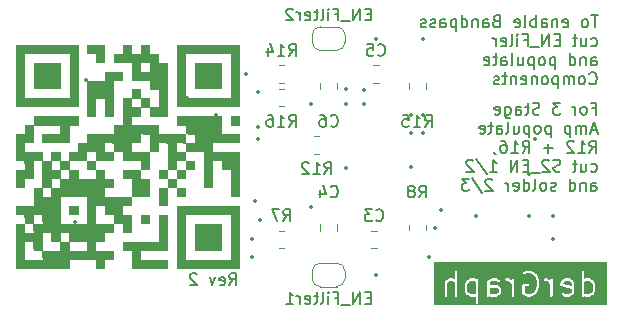
<source format=gbo>
%TF.GenerationSoftware,KiCad,Pcbnew,7.0.5*%
%TF.CreationDate,2024-03-22T22:58:55+01:00*%
%TF.ProjectId,anemometer,616e656d-6f6d-4657-9465-722e6b696361,rev?*%
%TF.SameCoordinates,Original*%
%TF.FileFunction,Legend,Bot*%
%TF.FilePolarity,Positive*%
%FSLAX46Y46*%
G04 Gerber Fmt 4.6, Leading zero omitted, Abs format (unit mm)*
G04 Created by KiCad (PCBNEW 7.0.5) date 2024-03-22 22:58:55*
%MOMM*%
%LPD*%
G01*
G04 APERTURE LIST*
%ADD10C,0.160000*%
%ADD11C,0.200000*%
%ADD12C,0.153000*%
%ADD13C,0.120000*%
%ADD14C,0.350000*%
G04 APERTURE END LIST*
D10*
X118799498Y-80039299D02*
X118228070Y-80039299D01*
X118513784Y-81039299D02*
X118513784Y-80039299D01*
X117751879Y-81039299D02*
X117847117Y-80991680D01*
X117847117Y-80991680D02*
X117894736Y-80944060D01*
X117894736Y-80944060D02*
X117942355Y-80848822D01*
X117942355Y-80848822D02*
X117942355Y-80563108D01*
X117942355Y-80563108D02*
X117894736Y-80467870D01*
X117894736Y-80467870D02*
X117847117Y-80420251D01*
X117847117Y-80420251D02*
X117751879Y-80372632D01*
X117751879Y-80372632D02*
X117609022Y-80372632D01*
X117609022Y-80372632D02*
X117513784Y-80420251D01*
X117513784Y-80420251D02*
X117466165Y-80467870D01*
X117466165Y-80467870D02*
X117418546Y-80563108D01*
X117418546Y-80563108D02*
X117418546Y-80848822D01*
X117418546Y-80848822D02*
X117466165Y-80944060D01*
X117466165Y-80944060D02*
X117513784Y-80991680D01*
X117513784Y-80991680D02*
X117609022Y-81039299D01*
X117609022Y-81039299D02*
X117751879Y-81039299D01*
X115847117Y-80991680D02*
X115942355Y-81039299D01*
X115942355Y-81039299D02*
X116132831Y-81039299D01*
X116132831Y-81039299D02*
X116228069Y-80991680D01*
X116228069Y-80991680D02*
X116275688Y-80896441D01*
X116275688Y-80896441D02*
X116275688Y-80515489D01*
X116275688Y-80515489D02*
X116228069Y-80420251D01*
X116228069Y-80420251D02*
X116132831Y-80372632D01*
X116132831Y-80372632D02*
X115942355Y-80372632D01*
X115942355Y-80372632D02*
X115847117Y-80420251D01*
X115847117Y-80420251D02*
X115799498Y-80515489D01*
X115799498Y-80515489D02*
X115799498Y-80610727D01*
X115799498Y-80610727D02*
X116275688Y-80705965D01*
X115370926Y-80372632D02*
X115370926Y-81039299D01*
X115370926Y-80467870D02*
X115323307Y-80420251D01*
X115323307Y-80420251D02*
X115228069Y-80372632D01*
X115228069Y-80372632D02*
X115085212Y-80372632D01*
X115085212Y-80372632D02*
X114989974Y-80420251D01*
X114989974Y-80420251D02*
X114942355Y-80515489D01*
X114942355Y-80515489D02*
X114942355Y-81039299D01*
X114037593Y-81039299D02*
X114037593Y-80515489D01*
X114037593Y-80515489D02*
X114085212Y-80420251D01*
X114085212Y-80420251D02*
X114180450Y-80372632D01*
X114180450Y-80372632D02*
X114370926Y-80372632D01*
X114370926Y-80372632D02*
X114466164Y-80420251D01*
X114037593Y-80991680D02*
X114132831Y-81039299D01*
X114132831Y-81039299D02*
X114370926Y-81039299D01*
X114370926Y-81039299D02*
X114466164Y-80991680D01*
X114466164Y-80991680D02*
X114513783Y-80896441D01*
X114513783Y-80896441D02*
X114513783Y-80801203D01*
X114513783Y-80801203D02*
X114466164Y-80705965D01*
X114466164Y-80705965D02*
X114370926Y-80658346D01*
X114370926Y-80658346D02*
X114132831Y-80658346D01*
X114132831Y-80658346D02*
X114037593Y-80610727D01*
X113561402Y-81039299D02*
X113561402Y-80039299D01*
X113561402Y-80420251D02*
X113466164Y-80372632D01*
X113466164Y-80372632D02*
X113275688Y-80372632D01*
X113275688Y-80372632D02*
X113180450Y-80420251D01*
X113180450Y-80420251D02*
X113132831Y-80467870D01*
X113132831Y-80467870D02*
X113085212Y-80563108D01*
X113085212Y-80563108D02*
X113085212Y-80848822D01*
X113085212Y-80848822D02*
X113132831Y-80944060D01*
X113132831Y-80944060D02*
X113180450Y-80991680D01*
X113180450Y-80991680D02*
X113275688Y-81039299D01*
X113275688Y-81039299D02*
X113466164Y-81039299D01*
X113466164Y-81039299D02*
X113561402Y-80991680D01*
X112513783Y-81039299D02*
X112609021Y-80991680D01*
X112609021Y-80991680D02*
X112656640Y-80896441D01*
X112656640Y-80896441D02*
X112656640Y-80039299D01*
X111751878Y-80991680D02*
X111847116Y-81039299D01*
X111847116Y-81039299D02*
X112037592Y-81039299D01*
X112037592Y-81039299D02*
X112132830Y-80991680D01*
X112132830Y-80991680D02*
X112180449Y-80896441D01*
X112180449Y-80896441D02*
X112180449Y-80515489D01*
X112180449Y-80515489D02*
X112132830Y-80420251D01*
X112132830Y-80420251D02*
X112037592Y-80372632D01*
X112037592Y-80372632D02*
X111847116Y-80372632D01*
X111847116Y-80372632D02*
X111751878Y-80420251D01*
X111751878Y-80420251D02*
X111704259Y-80515489D01*
X111704259Y-80515489D02*
X111704259Y-80610727D01*
X111704259Y-80610727D02*
X112180449Y-80705965D01*
X110180449Y-80515489D02*
X110037592Y-80563108D01*
X110037592Y-80563108D02*
X109989973Y-80610727D01*
X109989973Y-80610727D02*
X109942354Y-80705965D01*
X109942354Y-80705965D02*
X109942354Y-80848822D01*
X109942354Y-80848822D02*
X109989973Y-80944060D01*
X109989973Y-80944060D02*
X110037592Y-80991680D01*
X110037592Y-80991680D02*
X110132830Y-81039299D01*
X110132830Y-81039299D02*
X110513782Y-81039299D01*
X110513782Y-81039299D02*
X110513782Y-80039299D01*
X110513782Y-80039299D02*
X110180449Y-80039299D01*
X110180449Y-80039299D02*
X110085211Y-80086918D01*
X110085211Y-80086918D02*
X110037592Y-80134537D01*
X110037592Y-80134537D02*
X109989973Y-80229775D01*
X109989973Y-80229775D02*
X109989973Y-80325013D01*
X109989973Y-80325013D02*
X110037592Y-80420251D01*
X110037592Y-80420251D02*
X110085211Y-80467870D01*
X110085211Y-80467870D02*
X110180449Y-80515489D01*
X110180449Y-80515489D02*
X110513782Y-80515489D01*
X109085211Y-81039299D02*
X109085211Y-80515489D01*
X109085211Y-80515489D02*
X109132830Y-80420251D01*
X109132830Y-80420251D02*
X109228068Y-80372632D01*
X109228068Y-80372632D02*
X109418544Y-80372632D01*
X109418544Y-80372632D02*
X109513782Y-80420251D01*
X109085211Y-80991680D02*
X109180449Y-81039299D01*
X109180449Y-81039299D02*
X109418544Y-81039299D01*
X109418544Y-81039299D02*
X109513782Y-80991680D01*
X109513782Y-80991680D02*
X109561401Y-80896441D01*
X109561401Y-80896441D02*
X109561401Y-80801203D01*
X109561401Y-80801203D02*
X109513782Y-80705965D01*
X109513782Y-80705965D02*
X109418544Y-80658346D01*
X109418544Y-80658346D02*
X109180449Y-80658346D01*
X109180449Y-80658346D02*
X109085211Y-80610727D01*
X108609020Y-80372632D02*
X108609020Y-81039299D01*
X108609020Y-80467870D02*
X108561401Y-80420251D01*
X108561401Y-80420251D02*
X108466163Y-80372632D01*
X108466163Y-80372632D02*
X108323306Y-80372632D01*
X108323306Y-80372632D02*
X108228068Y-80420251D01*
X108228068Y-80420251D02*
X108180449Y-80515489D01*
X108180449Y-80515489D02*
X108180449Y-81039299D01*
X107275687Y-81039299D02*
X107275687Y-80039299D01*
X107275687Y-80991680D02*
X107370925Y-81039299D01*
X107370925Y-81039299D02*
X107561401Y-81039299D01*
X107561401Y-81039299D02*
X107656639Y-80991680D01*
X107656639Y-80991680D02*
X107704258Y-80944060D01*
X107704258Y-80944060D02*
X107751877Y-80848822D01*
X107751877Y-80848822D02*
X107751877Y-80563108D01*
X107751877Y-80563108D02*
X107704258Y-80467870D01*
X107704258Y-80467870D02*
X107656639Y-80420251D01*
X107656639Y-80420251D02*
X107561401Y-80372632D01*
X107561401Y-80372632D02*
X107370925Y-80372632D01*
X107370925Y-80372632D02*
X107275687Y-80420251D01*
X106799496Y-80372632D02*
X106799496Y-81372632D01*
X106799496Y-80420251D02*
X106704258Y-80372632D01*
X106704258Y-80372632D02*
X106513782Y-80372632D01*
X106513782Y-80372632D02*
X106418544Y-80420251D01*
X106418544Y-80420251D02*
X106370925Y-80467870D01*
X106370925Y-80467870D02*
X106323306Y-80563108D01*
X106323306Y-80563108D02*
X106323306Y-80848822D01*
X106323306Y-80848822D02*
X106370925Y-80944060D01*
X106370925Y-80944060D02*
X106418544Y-80991680D01*
X106418544Y-80991680D02*
X106513782Y-81039299D01*
X106513782Y-81039299D02*
X106704258Y-81039299D01*
X106704258Y-81039299D02*
X106799496Y-80991680D01*
X105466163Y-81039299D02*
X105466163Y-80515489D01*
X105466163Y-80515489D02*
X105513782Y-80420251D01*
X105513782Y-80420251D02*
X105609020Y-80372632D01*
X105609020Y-80372632D02*
X105799496Y-80372632D01*
X105799496Y-80372632D02*
X105894734Y-80420251D01*
X105466163Y-80991680D02*
X105561401Y-81039299D01*
X105561401Y-81039299D02*
X105799496Y-81039299D01*
X105799496Y-81039299D02*
X105894734Y-80991680D01*
X105894734Y-80991680D02*
X105942353Y-80896441D01*
X105942353Y-80896441D02*
X105942353Y-80801203D01*
X105942353Y-80801203D02*
X105894734Y-80705965D01*
X105894734Y-80705965D02*
X105799496Y-80658346D01*
X105799496Y-80658346D02*
X105561401Y-80658346D01*
X105561401Y-80658346D02*
X105466163Y-80610727D01*
X105037591Y-80991680D02*
X104942353Y-81039299D01*
X104942353Y-81039299D02*
X104751877Y-81039299D01*
X104751877Y-81039299D02*
X104656639Y-80991680D01*
X104656639Y-80991680D02*
X104609020Y-80896441D01*
X104609020Y-80896441D02*
X104609020Y-80848822D01*
X104609020Y-80848822D02*
X104656639Y-80753584D01*
X104656639Y-80753584D02*
X104751877Y-80705965D01*
X104751877Y-80705965D02*
X104894734Y-80705965D01*
X104894734Y-80705965D02*
X104989972Y-80658346D01*
X104989972Y-80658346D02*
X105037591Y-80563108D01*
X105037591Y-80563108D02*
X105037591Y-80515489D01*
X105037591Y-80515489D02*
X104989972Y-80420251D01*
X104989972Y-80420251D02*
X104894734Y-80372632D01*
X104894734Y-80372632D02*
X104751877Y-80372632D01*
X104751877Y-80372632D02*
X104656639Y-80420251D01*
X104228067Y-80991680D02*
X104132829Y-81039299D01*
X104132829Y-81039299D02*
X103942353Y-81039299D01*
X103942353Y-81039299D02*
X103847115Y-80991680D01*
X103847115Y-80991680D02*
X103799496Y-80896441D01*
X103799496Y-80896441D02*
X103799496Y-80848822D01*
X103799496Y-80848822D02*
X103847115Y-80753584D01*
X103847115Y-80753584D02*
X103942353Y-80705965D01*
X103942353Y-80705965D02*
X104085210Y-80705965D01*
X104085210Y-80705965D02*
X104180448Y-80658346D01*
X104180448Y-80658346D02*
X104228067Y-80563108D01*
X104228067Y-80563108D02*
X104228067Y-80515489D01*
X104228067Y-80515489D02*
X104180448Y-80420251D01*
X104180448Y-80420251D02*
X104085210Y-80372632D01*
X104085210Y-80372632D02*
X103942353Y-80372632D01*
X103942353Y-80372632D02*
X103847115Y-80420251D01*
X118228070Y-82601680D02*
X118323308Y-82649299D01*
X118323308Y-82649299D02*
X118513784Y-82649299D01*
X118513784Y-82649299D02*
X118609022Y-82601680D01*
X118609022Y-82601680D02*
X118656641Y-82554060D01*
X118656641Y-82554060D02*
X118704260Y-82458822D01*
X118704260Y-82458822D02*
X118704260Y-82173108D01*
X118704260Y-82173108D02*
X118656641Y-82077870D01*
X118656641Y-82077870D02*
X118609022Y-82030251D01*
X118609022Y-82030251D02*
X118513784Y-81982632D01*
X118513784Y-81982632D02*
X118323308Y-81982632D01*
X118323308Y-81982632D02*
X118228070Y-82030251D01*
X117370927Y-81982632D02*
X117370927Y-82649299D01*
X117799498Y-81982632D02*
X117799498Y-82506441D01*
X117799498Y-82506441D02*
X117751879Y-82601680D01*
X117751879Y-82601680D02*
X117656641Y-82649299D01*
X117656641Y-82649299D02*
X117513784Y-82649299D01*
X117513784Y-82649299D02*
X117418546Y-82601680D01*
X117418546Y-82601680D02*
X117370927Y-82554060D01*
X117037593Y-81982632D02*
X116656641Y-81982632D01*
X116894736Y-81649299D02*
X116894736Y-82506441D01*
X116894736Y-82506441D02*
X116847117Y-82601680D01*
X116847117Y-82601680D02*
X116751879Y-82649299D01*
X116751879Y-82649299D02*
X116656641Y-82649299D01*
X115561402Y-82125489D02*
X115228069Y-82125489D01*
X115085212Y-82649299D02*
X115561402Y-82649299D01*
X115561402Y-82649299D02*
X115561402Y-81649299D01*
X115561402Y-81649299D02*
X115085212Y-81649299D01*
X114656640Y-82649299D02*
X114656640Y-81649299D01*
X114656640Y-81649299D02*
X114085212Y-82649299D01*
X114085212Y-82649299D02*
X114085212Y-81649299D01*
X113847117Y-82744537D02*
X113085212Y-82744537D01*
X112513783Y-82125489D02*
X112847116Y-82125489D01*
X112847116Y-82649299D02*
X112847116Y-81649299D01*
X112847116Y-81649299D02*
X112370926Y-81649299D01*
X111989973Y-82649299D02*
X111989973Y-81982632D01*
X111989973Y-81649299D02*
X112037592Y-81696918D01*
X112037592Y-81696918D02*
X111989973Y-81744537D01*
X111989973Y-81744537D02*
X111942354Y-81696918D01*
X111942354Y-81696918D02*
X111989973Y-81649299D01*
X111989973Y-81649299D02*
X111989973Y-81744537D01*
X111370926Y-82649299D02*
X111466164Y-82601680D01*
X111466164Y-82601680D02*
X111513783Y-82506441D01*
X111513783Y-82506441D02*
X111513783Y-81649299D01*
X110609021Y-82601680D02*
X110704259Y-82649299D01*
X110704259Y-82649299D02*
X110894735Y-82649299D01*
X110894735Y-82649299D02*
X110989973Y-82601680D01*
X110989973Y-82601680D02*
X111037592Y-82506441D01*
X111037592Y-82506441D02*
X111037592Y-82125489D01*
X111037592Y-82125489D02*
X110989973Y-82030251D01*
X110989973Y-82030251D02*
X110894735Y-81982632D01*
X110894735Y-81982632D02*
X110704259Y-81982632D01*
X110704259Y-81982632D02*
X110609021Y-82030251D01*
X110609021Y-82030251D02*
X110561402Y-82125489D01*
X110561402Y-82125489D02*
X110561402Y-82220727D01*
X110561402Y-82220727D02*
X111037592Y-82315965D01*
X110132830Y-82649299D02*
X110132830Y-81982632D01*
X110132830Y-82173108D02*
X110085211Y-82077870D01*
X110085211Y-82077870D02*
X110037592Y-82030251D01*
X110037592Y-82030251D02*
X109942354Y-81982632D01*
X109942354Y-81982632D02*
X109847116Y-81982632D01*
X118228070Y-84259299D02*
X118228070Y-83735489D01*
X118228070Y-83735489D02*
X118275689Y-83640251D01*
X118275689Y-83640251D02*
X118370927Y-83592632D01*
X118370927Y-83592632D02*
X118561403Y-83592632D01*
X118561403Y-83592632D02*
X118656641Y-83640251D01*
X118228070Y-84211680D02*
X118323308Y-84259299D01*
X118323308Y-84259299D02*
X118561403Y-84259299D01*
X118561403Y-84259299D02*
X118656641Y-84211680D01*
X118656641Y-84211680D02*
X118704260Y-84116441D01*
X118704260Y-84116441D02*
X118704260Y-84021203D01*
X118704260Y-84021203D02*
X118656641Y-83925965D01*
X118656641Y-83925965D02*
X118561403Y-83878346D01*
X118561403Y-83878346D02*
X118323308Y-83878346D01*
X118323308Y-83878346D02*
X118228070Y-83830727D01*
X117751879Y-83592632D02*
X117751879Y-84259299D01*
X117751879Y-83687870D02*
X117704260Y-83640251D01*
X117704260Y-83640251D02*
X117609022Y-83592632D01*
X117609022Y-83592632D02*
X117466165Y-83592632D01*
X117466165Y-83592632D02*
X117370927Y-83640251D01*
X117370927Y-83640251D02*
X117323308Y-83735489D01*
X117323308Y-83735489D02*
X117323308Y-84259299D01*
X116418546Y-84259299D02*
X116418546Y-83259299D01*
X116418546Y-84211680D02*
X116513784Y-84259299D01*
X116513784Y-84259299D02*
X116704260Y-84259299D01*
X116704260Y-84259299D02*
X116799498Y-84211680D01*
X116799498Y-84211680D02*
X116847117Y-84164060D01*
X116847117Y-84164060D02*
X116894736Y-84068822D01*
X116894736Y-84068822D02*
X116894736Y-83783108D01*
X116894736Y-83783108D02*
X116847117Y-83687870D01*
X116847117Y-83687870D02*
X116799498Y-83640251D01*
X116799498Y-83640251D02*
X116704260Y-83592632D01*
X116704260Y-83592632D02*
X116513784Y-83592632D01*
X116513784Y-83592632D02*
X116418546Y-83640251D01*
X115180450Y-83592632D02*
X115180450Y-84592632D01*
X115180450Y-83640251D02*
X115085212Y-83592632D01*
X115085212Y-83592632D02*
X114894736Y-83592632D01*
X114894736Y-83592632D02*
X114799498Y-83640251D01*
X114799498Y-83640251D02*
X114751879Y-83687870D01*
X114751879Y-83687870D02*
X114704260Y-83783108D01*
X114704260Y-83783108D02*
X114704260Y-84068822D01*
X114704260Y-84068822D02*
X114751879Y-84164060D01*
X114751879Y-84164060D02*
X114799498Y-84211680D01*
X114799498Y-84211680D02*
X114894736Y-84259299D01*
X114894736Y-84259299D02*
X115085212Y-84259299D01*
X115085212Y-84259299D02*
X115180450Y-84211680D01*
X114132831Y-84259299D02*
X114228069Y-84211680D01*
X114228069Y-84211680D02*
X114275688Y-84164060D01*
X114275688Y-84164060D02*
X114323307Y-84068822D01*
X114323307Y-84068822D02*
X114323307Y-83783108D01*
X114323307Y-83783108D02*
X114275688Y-83687870D01*
X114275688Y-83687870D02*
X114228069Y-83640251D01*
X114228069Y-83640251D02*
X114132831Y-83592632D01*
X114132831Y-83592632D02*
X113989974Y-83592632D01*
X113989974Y-83592632D02*
X113894736Y-83640251D01*
X113894736Y-83640251D02*
X113847117Y-83687870D01*
X113847117Y-83687870D02*
X113799498Y-83783108D01*
X113799498Y-83783108D02*
X113799498Y-84068822D01*
X113799498Y-84068822D02*
X113847117Y-84164060D01*
X113847117Y-84164060D02*
X113894736Y-84211680D01*
X113894736Y-84211680D02*
X113989974Y-84259299D01*
X113989974Y-84259299D02*
X114132831Y-84259299D01*
X113370926Y-83592632D02*
X113370926Y-84592632D01*
X113370926Y-83640251D02*
X113275688Y-83592632D01*
X113275688Y-83592632D02*
X113085212Y-83592632D01*
X113085212Y-83592632D02*
X112989974Y-83640251D01*
X112989974Y-83640251D02*
X112942355Y-83687870D01*
X112942355Y-83687870D02*
X112894736Y-83783108D01*
X112894736Y-83783108D02*
X112894736Y-84068822D01*
X112894736Y-84068822D02*
X112942355Y-84164060D01*
X112942355Y-84164060D02*
X112989974Y-84211680D01*
X112989974Y-84211680D02*
X113085212Y-84259299D01*
X113085212Y-84259299D02*
X113275688Y-84259299D01*
X113275688Y-84259299D02*
X113370926Y-84211680D01*
X112037593Y-83592632D02*
X112037593Y-84259299D01*
X112466164Y-83592632D02*
X112466164Y-84116441D01*
X112466164Y-84116441D02*
X112418545Y-84211680D01*
X112418545Y-84211680D02*
X112323307Y-84259299D01*
X112323307Y-84259299D02*
X112180450Y-84259299D01*
X112180450Y-84259299D02*
X112085212Y-84211680D01*
X112085212Y-84211680D02*
X112037593Y-84164060D01*
X111418545Y-84259299D02*
X111513783Y-84211680D01*
X111513783Y-84211680D02*
X111561402Y-84116441D01*
X111561402Y-84116441D02*
X111561402Y-83259299D01*
X110609021Y-84259299D02*
X110609021Y-83735489D01*
X110609021Y-83735489D02*
X110656640Y-83640251D01*
X110656640Y-83640251D02*
X110751878Y-83592632D01*
X110751878Y-83592632D02*
X110942354Y-83592632D01*
X110942354Y-83592632D02*
X111037592Y-83640251D01*
X110609021Y-84211680D02*
X110704259Y-84259299D01*
X110704259Y-84259299D02*
X110942354Y-84259299D01*
X110942354Y-84259299D02*
X111037592Y-84211680D01*
X111037592Y-84211680D02*
X111085211Y-84116441D01*
X111085211Y-84116441D02*
X111085211Y-84021203D01*
X111085211Y-84021203D02*
X111037592Y-83925965D01*
X111037592Y-83925965D02*
X110942354Y-83878346D01*
X110942354Y-83878346D02*
X110704259Y-83878346D01*
X110704259Y-83878346D02*
X110609021Y-83830727D01*
X110275687Y-83592632D02*
X109894735Y-83592632D01*
X110132830Y-83259299D02*
X110132830Y-84116441D01*
X110132830Y-84116441D02*
X110085211Y-84211680D01*
X110085211Y-84211680D02*
X109989973Y-84259299D01*
X109989973Y-84259299D02*
X109894735Y-84259299D01*
X109180449Y-84211680D02*
X109275687Y-84259299D01*
X109275687Y-84259299D02*
X109466163Y-84259299D01*
X109466163Y-84259299D02*
X109561401Y-84211680D01*
X109561401Y-84211680D02*
X109609020Y-84116441D01*
X109609020Y-84116441D02*
X109609020Y-83735489D01*
X109609020Y-83735489D02*
X109561401Y-83640251D01*
X109561401Y-83640251D02*
X109466163Y-83592632D01*
X109466163Y-83592632D02*
X109275687Y-83592632D01*
X109275687Y-83592632D02*
X109180449Y-83640251D01*
X109180449Y-83640251D02*
X109132830Y-83735489D01*
X109132830Y-83735489D02*
X109132830Y-83830727D01*
X109132830Y-83830727D02*
X109609020Y-83925965D01*
X118085213Y-85774060D02*
X118132832Y-85821680D01*
X118132832Y-85821680D02*
X118275689Y-85869299D01*
X118275689Y-85869299D02*
X118370927Y-85869299D01*
X118370927Y-85869299D02*
X118513784Y-85821680D01*
X118513784Y-85821680D02*
X118609022Y-85726441D01*
X118609022Y-85726441D02*
X118656641Y-85631203D01*
X118656641Y-85631203D02*
X118704260Y-85440727D01*
X118704260Y-85440727D02*
X118704260Y-85297870D01*
X118704260Y-85297870D02*
X118656641Y-85107394D01*
X118656641Y-85107394D02*
X118609022Y-85012156D01*
X118609022Y-85012156D02*
X118513784Y-84916918D01*
X118513784Y-84916918D02*
X118370927Y-84869299D01*
X118370927Y-84869299D02*
X118275689Y-84869299D01*
X118275689Y-84869299D02*
X118132832Y-84916918D01*
X118132832Y-84916918D02*
X118085213Y-84964537D01*
X117513784Y-85869299D02*
X117609022Y-85821680D01*
X117609022Y-85821680D02*
X117656641Y-85774060D01*
X117656641Y-85774060D02*
X117704260Y-85678822D01*
X117704260Y-85678822D02*
X117704260Y-85393108D01*
X117704260Y-85393108D02*
X117656641Y-85297870D01*
X117656641Y-85297870D02*
X117609022Y-85250251D01*
X117609022Y-85250251D02*
X117513784Y-85202632D01*
X117513784Y-85202632D02*
X117370927Y-85202632D01*
X117370927Y-85202632D02*
X117275689Y-85250251D01*
X117275689Y-85250251D02*
X117228070Y-85297870D01*
X117228070Y-85297870D02*
X117180451Y-85393108D01*
X117180451Y-85393108D02*
X117180451Y-85678822D01*
X117180451Y-85678822D02*
X117228070Y-85774060D01*
X117228070Y-85774060D02*
X117275689Y-85821680D01*
X117275689Y-85821680D02*
X117370927Y-85869299D01*
X117370927Y-85869299D02*
X117513784Y-85869299D01*
X116751879Y-85869299D02*
X116751879Y-85202632D01*
X116751879Y-85297870D02*
X116704260Y-85250251D01*
X116704260Y-85250251D02*
X116609022Y-85202632D01*
X116609022Y-85202632D02*
X116466165Y-85202632D01*
X116466165Y-85202632D02*
X116370927Y-85250251D01*
X116370927Y-85250251D02*
X116323308Y-85345489D01*
X116323308Y-85345489D02*
X116323308Y-85869299D01*
X116323308Y-85345489D02*
X116275689Y-85250251D01*
X116275689Y-85250251D02*
X116180451Y-85202632D01*
X116180451Y-85202632D02*
X116037594Y-85202632D01*
X116037594Y-85202632D02*
X115942355Y-85250251D01*
X115942355Y-85250251D02*
X115894736Y-85345489D01*
X115894736Y-85345489D02*
X115894736Y-85869299D01*
X115418546Y-85202632D02*
X115418546Y-86202632D01*
X115418546Y-85250251D02*
X115323308Y-85202632D01*
X115323308Y-85202632D02*
X115132832Y-85202632D01*
X115132832Y-85202632D02*
X115037594Y-85250251D01*
X115037594Y-85250251D02*
X114989975Y-85297870D01*
X114989975Y-85297870D02*
X114942356Y-85393108D01*
X114942356Y-85393108D02*
X114942356Y-85678822D01*
X114942356Y-85678822D02*
X114989975Y-85774060D01*
X114989975Y-85774060D02*
X115037594Y-85821680D01*
X115037594Y-85821680D02*
X115132832Y-85869299D01*
X115132832Y-85869299D02*
X115323308Y-85869299D01*
X115323308Y-85869299D02*
X115418546Y-85821680D01*
X114370927Y-85869299D02*
X114466165Y-85821680D01*
X114466165Y-85821680D02*
X114513784Y-85774060D01*
X114513784Y-85774060D02*
X114561403Y-85678822D01*
X114561403Y-85678822D02*
X114561403Y-85393108D01*
X114561403Y-85393108D02*
X114513784Y-85297870D01*
X114513784Y-85297870D02*
X114466165Y-85250251D01*
X114466165Y-85250251D02*
X114370927Y-85202632D01*
X114370927Y-85202632D02*
X114228070Y-85202632D01*
X114228070Y-85202632D02*
X114132832Y-85250251D01*
X114132832Y-85250251D02*
X114085213Y-85297870D01*
X114085213Y-85297870D02*
X114037594Y-85393108D01*
X114037594Y-85393108D02*
X114037594Y-85678822D01*
X114037594Y-85678822D02*
X114085213Y-85774060D01*
X114085213Y-85774060D02*
X114132832Y-85821680D01*
X114132832Y-85821680D02*
X114228070Y-85869299D01*
X114228070Y-85869299D02*
X114370927Y-85869299D01*
X113609022Y-85202632D02*
X113609022Y-85869299D01*
X113609022Y-85297870D02*
X113561403Y-85250251D01*
X113561403Y-85250251D02*
X113466165Y-85202632D01*
X113466165Y-85202632D02*
X113323308Y-85202632D01*
X113323308Y-85202632D02*
X113228070Y-85250251D01*
X113228070Y-85250251D02*
X113180451Y-85345489D01*
X113180451Y-85345489D02*
X113180451Y-85869299D01*
X112323308Y-85821680D02*
X112418546Y-85869299D01*
X112418546Y-85869299D02*
X112609022Y-85869299D01*
X112609022Y-85869299D02*
X112704260Y-85821680D01*
X112704260Y-85821680D02*
X112751879Y-85726441D01*
X112751879Y-85726441D02*
X112751879Y-85345489D01*
X112751879Y-85345489D02*
X112704260Y-85250251D01*
X112704260Y-85250251D02*
X112609022Y-85202632D01*
X112609022Y-85202632D02*
X112418546Y-85202632D01*
X112418546Y-85202632D02*
X112323308Y-85250251D01*
X112323308Y-85250251D02*
X112275689Y-85345489D01*
X112275689Y-85345489D02*
X112275689Y-85440727D01*
X112275689Y-85440727D02*
X112751879Y-85535965D01*
X111847117Y-85202632D02*
X111847117Y-85869299D01*
X111847117Y-85297870D02*
X111799498Y-85250251D01*
X111799498Y-85250251D02*
X111704260Y-85202632D01*
X111704260Y-85202632D02*
X111561403Y-85202632D01*
X111561403Y-85202632D02*
X111466165Y-85250251D01*
X111466165Y-85250251D02*
X111418546Y-85345489D01*
X111418546Y-85345489D02*
X111418546Y-85869299D01*
X111085212Y-85202632D02*
X110704260Y-85202632D01*
X110942355Y-84869299D02*
X110942355Y-85726441D01*
X110942355Y-85726441D02*
X110894736Y-85821680D01*
X110894736Y-85821680D02*
X110799498Y-85869299D01*
X110799498Y-85869299D02*
X110704260Y-85869299D01*
X110418545Y-85821680D02*
X110323307Y-85869299D01*
X110323307Y-85869299D02*
X110132831Y-85869299D01*
X110132831Y-85869299D02*
X110037593Y-85821680D01*
X110037593Y-85821680D02*
X109989974Y-85726441D01*
X109989974Y-85726441D02*
X109989974Y-85678822D01*
X109989974Y-85678822D02*
X110037593Y-85583584D01*
X110037593Y-85583584D02*
X110132831Y-85535965D01*
X110132831Y-85535965D02*
X110275688Y-85535965D01*
X110275688Y-85535965D02*
X110370926Y-85488346D01*
X110370926Y-85488346D02*
X110418545Y-85393108D01*
X110418545Y-85393108D02*
X110418545Y-85345489D01*
X110418545Y-85345489D02*
X110370926Y-85250251D01*
X110370926Y-85250251D02*
X110275688Y-85202632D01*
X110275688Y-85202632D02*
X110132831Y-85202632D01*
X110132831Y-85202632D02*
X110037593Y-85250251D01*
D11*
G36*
X108482707Y-102568545D02*
G01*
X108482707Y-103587796D01*
X108368625Y-103644838D01*
X108034885Y-103644838D01*
X107880038Y-103567415D01*
X107807748Y-103495123D01*
X107730326Y-103340279D01*
X107730326Y-102816062D01*
X107807749Y-102661215D01*
X107880037Y-102588927D01*
X108034885Y-102511504D01*
X108368625Y-102511504D01*
X108482707Y-102568545D01*
G37*
G36*
X109676022Y-103069965D02*
G01*
X109696201Y-103082933D01*
X109716637Y-103082933D01*
X109736752Y-103086553D01*
X109745480Y-103082933D01*
X110178149Y-103082933D01*
X110317695Y-103152706D01*
X110387468Y-103292253D01*
X110387468Y-103435516D01*
X110317695Y-103575064D01*
X110178149Y-103644838D01*
X109749171Y-103644838D01*
X109635088Y-103587796D01*
X109635088Y-103049498D01*
X109676022Y-103069965D01*
G37*
G36*
X116508171Y-102581277D02*
G01*
X116577945Y-102720825D01*
X116577945Y-102956190D01*
X115825563Y-102805714D01*
X115825564Y-102720824D01*
X115895337Y-102581277D01*
X116034885Y-102511504D01*
X116368625Y-102511504D01*
X116508171Y-102581277D01*
G37*
G36*
X118237756Y-102588926D02*
G01*
X118310045Y-102661215D01*
X118387469Y-102816063D01*
X118387469Y-103340278D01*
X118310045Y-103495125D01*
X118237756Y-103567415D01*
X118082911Y-103644838D01*
X117749171Y-103644838D01*
X117635088Y-103587796D01*
X117635088Y-102568545D01*
X117749171Y-102511504D01*
X118082911Y-102511504D01*
X118237756Y-102588926D01*
G37*
G36*
X119585714Y-104585714D02*
G01*
X104885714Y-104585714D01*
X104885714Y-102708407D01*
X105812420Y-102708407D01*
X105816039Y-102717135D01*
X105816040Y-103759217D01*
X105828363Y-103801185D01*
X105872745Y-103839642D01*
X105930872Y-103847999D01*
X105984291Y-103823604D01*
X106016040Y-103774201D01*
X106016040Y-102720824D01*
X106085813Y-102581277D01*
X106225361Y-102511504D01*
X106463863Y-102511504D01*
X106618708Y-102588926D01*
X106673183Y-102643401D01*
X106673183Y-103759217D01*
X106685506Y-103801185D01*
X106729888Y-103839642D01*
X106788015Y-103847999D01*
X106841434Y-103823604D01*
X106873183Y-103774201D01*
X106873183Y-102803645D01*
X107526706Y-102803645D01*
X107530326Y-102812373D01*
X107530326Y-103358499D01*
X107527752Y-103382343D01*
X107536890Y-103400619D01*
X107542649Y-103420232D01*
X107549790Y-103426420D01*
X107630513Y-103587866D01*
X107634090Y-103604308D01*
X107653564Y-103623782D01*
X107672343Y-103643970D01*
X107674235Y-103644453D01*
X107741225Y-103711444D01*
X107749818Y-103725911D01*
X107774444Y-103738224D01*
X107798648Y-103751441D01*
X107800598Y-103751301D01*
X107961736Y-103831870D01*
X107981915Y-103844838D01*
X108002351Y-103844838D01*
X108022466Y-103848458D01*
X108031194Y-103844838D01*
X108386846Y-103844838D01*
X108410689Y-103847412D01*
X108428965Y-103838273D01*
X108448578Y-103832515D01*
X108454766Y-103825373D01*
X108482706Y-103811403D01*
X108482707Y-104425883D01*
X108495030Y-104467851D01*
X108539412Y-104506308D01*
X108597539Y-104514665D01*
X108650958Y-104490270D01*
X108682707Y-104440867D01*
X108682707Y-103662186D01*
X108686865Y-103645926D01*
X108682707Y-103633415D01*
X108682707Y-102708407D01*
X109431468Y-102708407D01*
X109435088Y-102717135D01*
X109435088Y-102885928D01*
X109434115Y-102913515D01*
X109435088Y-102915153D01*
X109435088Y-103647833D01*
X109434115Y-103675420D01*
X109435088Y-103677058D01*
X109435088Y-103759217D01*
X109447411Y-103801185D01*
X109491793Y-103839642D01*
X109549920Y-103847999D01*
X109603339Y-103823604D01*
X109616994Y-103802356D01*
X109676022Y-103831870D01*
X109696201Y-103844838D01*
X109716637Y-103844838D01*
X109736752Y-103848458D01*
X109745480Y-103844838D01*
X110196370Y-103844838D01*
X110220213Y-103847412D01*
X110238489Y-103838273D01*
X110258102Y-103832515D01*
X110264290Y-103825373D01*
X110414165Y-103750435D01*
X110418052Y-103750573D01*
X110440189Y-103737424D01*
X110449814Y-103732612D01*
X110452503Y-103730110D01*
X110468542Y-103720584D01*
X110473583Y-103710501D01*
X110481840Y-103702821D01*
X110486463Y-103684741D01*
X110574501Y-103508664D01*
X110587469Y-103488486D01*
X110587469Y-103468049D01*
X110591089Y-103447934D01*
X110587469Y-103439205D01*
X110587469Y-103274032D01*
X110590043Y-103250189D01*
X110580904Y-103231912D01*
X110575146Y-103212300D01*
X110568004Y-103206111D01*
X110493067Y-103056238D01*
X110493205Y-103052351D01*
X110480048Y-103030200D01*
X110475243Y-103020589D01*
X110472744Y-103017903D01*
X110463216Y-103001860D01*
X110453132Y-102996818D01*
X110445453Y-102988562D01*
X110427374Y-102983939D01*
X110251296Y-102895900D01*
X110231118Y-102882933D01*
X110210682Y-102882933D01*
X110190567Y-102879313D01*
X110181839Y-102882933D01*
X109749171Y-102882933D01*
X109635088Y-102825891D01*
X109635088Y-102720824D01*
X109704861Y-102581277D01*
X109844409Y-102511504D01*
X110178149Y-102511504D01*
X110360371Y-102602615D01*
X110403419Y-102610362D01*
X110457664Y-102587864D01*
X110491134Y-102539611D01*
X110493205Y-102480922D01*
X110463216Y-102430431D01*
X110455026Y-102426336D01*
X110955736Y-102426336D01*
X110980131Y-102479755D01*
X111029534Y-102511504D01*
X111225768Y-102511504D01*
X111380614Y-102588927D01*
X111452902Y-102661215D01*
X111530326Y-102816063D01*
X111530326Y-103759217D01*
X111542649Y-103801185D01*
X111587031Y-103839642D01*
X111645158Y-103847999D01*
X111698577Y-103823604D01*
X111730326Y-103774201D01*
X111730326Y-103546925D01*
X112383512Y-103546925D01*
X112387469Y-103565114D01*
X112387469Y-103568740D01*
X112390512Y-103579103D01*
X112395995Y-103604308D01*
X112398709Y-103607023D01*
X112399792Y-103610708D01*
X112419288Y-103627601D01*
X112508184Y-103716498D01*
X112523228Y-103735183D01*
X112542613Y-103741644D01*
X112560553Y-103751441D01*
X112569979Y-103750766D01*
X112824902Y-103835740D01*
X112839058Y-103844838D01*
X112866613Y-103844838D01*
X112894151Y-103845834D01*
X112895831Y-103844838D01*
X113046357Y-103844838D01*
X113062663Y-103848992D01*
X113088798Y-103840280D01*
X113115244Y-103832515D01*
X113116523Y-103831038D01*
X113371124Y-103746171D01*
X113394560Y-103741073D01*
X113409009Y-103726623D01*
X113425793Y-103714959D01*
X113429405Y-103706227D01*
X113596933Y-103538698D01*
X113611399Y-103530107D01*
X113623716Y-103505472D01*
X113636928Y-103481277D01*
X113636788Y-103479327D01*
X113711801Y-103329301D01*
X113720219Y-103321387D01*
X113724678Y-103303547D01*
X113726199Y-103300507D01*
X113728151Y-103289655D01*
X113818587Y-102927914D01*
X113825564Y-102917058D01*
X113825564Y-102900006D01*
X113826066Y-102897999D01*
X113825564Y-102885652D01*
X113825564Y-102618438D01*
X113829700Y-102606212D01*
X113825564Y-102589668D01*
X113825564Y-102587601D01*
X113822086Y-102575756D01*
X113784731Y-102426336D01*
X114193831Y-102426336D01*
X114218226Y-102479755D01*
X114267629Y-102511504D01*
X114463863Y-102511504D01*
X114618708Y-102588926D01*
X114690997Y-102661215D01*
X114768421Y-102816063D01*
X114768421Y-103759217D01*
X114780744Y-103801185D01*
X114825126Y-103839642D01*
X114883253Y-103847999D01*
X114936672Y-103823604D01*
X114968421Y-103774201D01*
X114968421Y-102882007D01*
X115621498Y-102882007D01*
X115625564Y-102899296D01*
X115625564Y-102902074D01*
X115628845Y-102913249D01*
X115634942Y-102939173D01*
X115637058Y-102941219D01*
X115637887Y-102944042D01*
X115658013Y-102961481D01*
X115677160Y-102979995D01*
X115680045Y-102980572D01*
X115682269Y-102982499D01*
X115708629Y-102986288D01*
X116577945Y-103160151D01*
X116577945Y-103435516D01*
X116508171Y-103575064D01*
X116368625Y-103644838D01*
X116034885Y-103644838D01*
X115852662Y-103553727D01*
X115809614Y-103545980D01*
X115755369Y-103568478D01*
X115721899Y-103616731D01*
X115719829Y-103675420D01*
X115749818Y-103725911D01*
X115961736Y-103831870D01*
X115981915Y-103844838D01*
X116002351Y-103844838D01*
X116022466Y-103848458D01*
X116031194Y-103844838D01*
X116386846Y-103844838D01*
X116410689Y-103847412D01*
X116428965Y-103838273D01*
X116448578Y-103832515D01*
X116454766Y-103825373D01*
X116604641Y-103750435D01*
X116608528Y-103750573D01*
X116630665Y-103737424D01*
X116640290Y-103732612D01*
X116642979Y-103730110D01*
X116659018Y-103720584D01*
X116664059Y-103710501D01*
X116672316Y-103702821D01*
X116676939Y-103684741D01*
X116764977Y-103508664D01*
X116777945Y-103488486D01*
X116777945Y-103468049D01*
X116781565Y-103447934D01*
X116777945Y-103439205D01*
X116777945Y-103095348D01*
X116782012Y-103083859D01*
X116777944Y-103066566D01*
X116777945Y-102702604D01*
X116780519Y-102678761D01*
X116771380Y-102660484D01*
X116765622Y-102640872D01*
X116758480Y-102634683D01*
X116696346Y-102510415D01*
X117430931Y-102510415D01*
X117435088Y-102522923D01*
X117435088Y-103647833D01*
X117434115Y-103675420D01*
X117435087Y-103677058D01*
X117435088Y-103759217D01*
X117447411Y-103801185D01*
X117491793Y-103839642D01*
X117549920Y-103847999D01*
X117603339Y-103823604D01*
X117616994Y-103802356D01*
X117676022Y-103831870D01*
X117696201Y-103844838D01*
X117716637Y-103844838D01*
X117736752Y-103848458D01*
X117745480Y-103844838D01*
X118101132Y-103844838D01*
X118124975Y-103847412D01*
X118143251Y-103838273D01*
X118162864Y-103832515D01*
X118169052Y-103825373D01*
X118330500Y-103744649D01*
X118346941Y-103741073D01*
X118366409Y-103721604D01*
X118386602Y-103702821D01*
X118387086Y-103700927D01*
X118454076Y-103633936D01*
X118468542Y-103625345D01*
X118480854Y-103600720D01*
X118494072Y-103576514D01*
X118493932Y-103574563D01*
X118574501Y-103413426D01*
X118587469Y-103393248D01*
X118587469Y-103372812D01*
X118591089Y-103352697D01*
X118587469Y-103343968D01*
X118587469Y-102797842D01*
X118590043Y-102773999D01*
X118580904Y-102755722D01*
X118575146Y-102736110D01*
X118568004Y-102729921D01*
X118487282Y-102568476D01*
X118483705Y-102552032D01*
X118464218Y-102532545D01*
X118445453Y-102512371D01*
X118443559Y-102511886D01*
X118376571Y-102444899D01*
X118367978Y-102430431D01*
X118343332Y-102418108D01*
X118319147Y-102404902D01*
X118317198Y-102405041D01*
X118156058Y-102324471D01*
X118135880Y-102311504D01*
X118115444Y-102311504D01*
X118095329Y-102307884D01*
X118086601Y-102311504D01*
X117730949Y-102311504D01*
X117707106Y-102308930D01*
X117688829Y-102318068D01*
X117669217Y-102323827D01*
X117663028Y-102330968D01*
X117635088Y-102344939D01*
X117635088Y-101730459D01*
X117622765Y-101688491D01*
X117578383Y-101650034D01*
X117520256Y-101641677D01*
X117466837Y-101666072D01*
X117435088Y-101715475D01*
X117435088Y-102494157D01*
X117430931Y-102510415D01*
X116696346Y-102510415D01*
X116683543Y-102484809D01*
X116683681Y-102480922D01*
X116670524Y-102458771D01*
X116665719Y-102449160D01*
X116663220Y-102446474D01*
X116653692Y-102430431D01*
X116643608Y-102425389D01*
X116635929Y-102417133D01*
X116617850Y-102412510D01*
X116441772Y-102324471D01*
X116421594Y-102311504D01*
X116401158Y-102311504D01*
X116381043Y-102307884D01*
X116372315Y-102311504D01*
X116016663Y-102311504D01*
X115992820Y-102308930D01*
X115974543Y-102318068D01*
X115954931Y-102323827D01*
X115948742Y-102330968D01*
X115798869Y-102405905D01*
X115794982Y-102405768D01*
X115772831Y-102418924D01*
X115763220Y-102423730D01*
X115760534Y-102426228D01*
X115744491Y-102435757D01*
X115739449Y-102445840D01*
X115731193Y-102453520D01*
X115726570Y-102471598D01*
X115638531Y-102647678D01*
X115625564Y-102667856D01*
X115625564Y-102688291D01*
X115621944Y-102708407D01*
X115625563Y-102717135D01*
X115625564Y-102870519D01*
X115621498Y-102882007D01*
X114968421Y-102882007D01*
X114968421Y-102797842D01*
X114970995Y-102773999D01*
X114968421Y-102768850D01*
X114968421Y-102397125D01*
X114956098Y-102355157D01*
X114911716Y-102316700D01*
X114853589Y-102308343D01*
X114800170Y-102332738D01*
X114768421Y-102382141D01*
X114768421Y-102455796D01*
X114757523Y-102444899D01*
X114748930Y-102430431D01*
X114724284Y-102418108D01*
X114700099Y-102404902D01*
X114698150Y-102405041D01*
X114537010Y-102324471D01*
X114516832Y-102311504D01*
X114496396Y-102311504D01*
X114476281Y-102307884D01*
X114467553Y-102311504D01*
X114282613Y-102311504D01*
X114240645Y-102323827D01*
X114202188Y-102368209D01*
X114193831Y-102426336D01*
X113784731Y-102426336D01*
X113731660Y-102214053D01*
X113732900Y-102202570D01*
X113724678Y-102186127D01*
X113723853Y-102182825D01*
X113718267Y-102173304D01*
X113630139Y-101997048D01*
X113626562Y-101980604D01*
X113607074Y-101961116D01*
X113588310Y-101940943D01*
X113586416Y-101940458D01*
X113419133Y-101773176D01*
X113404091Y-101754493D01*
X113384703Y-101748030D01*
X113366766Y-101738236D01*
X113357341Y-101738909D01*
X113102415Y-101653935D01*
X113088260Y-101644838D01*
X113060705Y-101644838D01*
X113033167Y-101643842D01*
X113031487Y-101644838D01*
X112778568Y-101644838D01*
X112754725Y-101642264D01*
X112736448Y-101651402D01*
X112716836Y-101657161D01*
X112710647Y-101664302D01*
X112525125Y-101757064D01*
X112493098Y-101786854D01*
X112478550Y-101843749D01*
X112497070Y-101899477D01*
X112542779Y-101936347D01*
X112601165Y-101942650D01*
X112796790Y-101844838D01*
X113042669Y-101844838D01*
X113290594Y-101927479D01*
X113452902Y-102089787D01*
X113535973Y-102255930D01*
X113625564Y-102614291D01*
X113625564Y-102875383D01*
X113535973Y-103233745D01*
X113452902Y-103399887D01*
X113290594Y-103562196D01*
X113042670Y-103644838D01*
X112884649Y-103644838D01*
X112636725Y-103562197D01*
X112587469Y-103512939D01*
X112587469Y-102987695D01*
X112882800Y-102987695D01*
X112924768Y-102975372D01*
X112963225Y-102930990D01*
X112971582Y-102872863D01*
X112947187Y-102819444D01*
X112897784Y-102787695D01*
X112494623Y-102787695D01*
X112472637Y-102784534D01*
X112452433Y-102793760D01*
X112431122Y-102800018D01*
X112426139Y-102805768D01*
X112419218Y-102808929D01*
X112407209Y-102827614D01*
X112392665Y-102844400D01*
X112391582Y-102851931D01*
X112387469Y-102858332D01*
X112387469Y-102880540D01*
X112384308Y-102902527D01*
X112387469Y-102909448D01*
X112387469Y-103536316D01*
X112383512Y-103546925D01*
X111730326Y-103546925D01*
X111730326Y-102797842D01*
X111732900Y-102773999D01*
X111730326Y-102768850D01*
X111730326Y-102397125D01*
X111718003Y-102355157D01*
X111673621Y-102316700D01*
X111615494Y-102308343D01*
X111562075Y-102332738D01*
X111530326Y-102382141D01*
X111530326Y-102455796D01*
X111519428Y-102444899D01*
X111510835Y-102430431D01*
X111486189Y-102418108D01*
X111462004Y-102404902D01*
X111460055Y-102405041D01*
X111298915Y-102324471D01*
X111278737Y-102311504D01*
X111258301Y-102311504D01*
X111238186Y-102307884D01*
X111229458Y-102311504D01*
X111044518Y-102311504D01*
X111002550Y-102323827D01*
X110964093Y-102368209D01*
X110955736Y-102426336D01*
X110455026Y-102426336D01*
X110251296Y-102324471D01*
X110231118Y-102311504D01*
X110210682Y-102311504D01*
X110190567Y-102307884D01*
X110181839Y-102311504D01*
X109826187Y-102311504D01*
X109802344Y-102308930D01*
X109784067Y-102318068D01*
X109764455Y-102323827D01*
X109758266Y-102330968D01*
X109608393Y-102405905D01*
X109604506Y-102405768D01*
X109582355Y-102418924D01*
X109572744Y-102423730D01*
X109570058Y-102426228D01*
X109554015Y-102435757D01*
X109548973Y-102445840D01*
X109540717Y-102453520D01*
X109536094Y-102471598D01*
X109448055Y-102647678D01*
X109435088Y-102667856D01*
X109435088Y-102688291D01*
X109431468Y-102708407D01*
X108682707Y-102708407D01*
X108682707Y-102508523D01*
X108683681Y-102480922D01*
X108682707Y-102479282D01*
X108682707Y-102397125D01*
X108670384Y-102355157D01*
X108626002Y-102316700D01*
X108567875Y-102308343D01*
X108514456Y-102332738D01*
X108500801Y-102353985D01*
X108441772Y-102324471D01*
X108421594Y-102311504D01*
X108401158Y-102311504D01*
X108381043Y-102307884D01*
X108372315Y-102311504D01*
X108016663Y-102311504D01*
X107992820Y-102308930D01*
X107974543Y-102318068D01*
X107954931Y-102323827D01*
X107948742Y-102330968D01*
X107787298Y-102411690D01*
X107770854Y-102415268D01*
X107751367Y-102434754D01*
X107731193Y-102453520D01*
X107730708Y-102455413D01*
X107663721Y-102522401D01*
X107649253Y-102530995D01*
X107636931Y-102555639D01*
X107623724Y-102579826D01*
X107623863Y-102581774D01*
X107543293Y-102742916D01*
X107530326Y-102763094D01*
X107530326Y-102783529D01*
X107526706Y-102803645D01*
X106873183Y-102803645D01*
X106873183Y-102620023D01*
X106877140Y-102609415D01*
X106873183Y-102591225D01*
X106873183Y-101730459D01*
X106860860Y-101688491D01*
X106816478Y-101650034D01*
X106758351Y-101641677D01*
X106704932Y-101666072D01*
X106673183Y-101715475D01*
X106673183Y-102392557D01*
X106537010Y-102324471D01*
X106516832Y-102311504D01*
X106496396Y-102311504D01*
X106476281Y-102307884D01*
X106467553Y-102311504D01*
X106207139Y-102311504D01*
X106183296Y-102308930D01*
X106165019Y-102318068D01*
X106145407Y-102323827D01*
X106139218Y-102330968D01*
X105989345Y-102405905D01*
X105985458Y-102405768D01*
X105963307Y-102418924D01*
X105953696Y-102423730D01*
X105951010Y-102426228D01*
X105934967Y-102435757D01*
X105929925Y-102445840D01*
X105921669Y-102453520D01*
X105917046Y-102471598D01*
X105829007Y-102647678D01*
X105816040Y-102667856D01*
X105816040Y-102688291D01*
X105812420Y-102708407D01*
X104885714Y-102708407D01*
X104885714Y-100914286D01*
X119585714Y-100914286D01*
X119585714Y-104585714D01*
G37*
D10*
X118323308Y-87905489D02*
X118656641Y-87905489D01*
X118656641Y-88429299D02*
X118656641Y-87429299D01*
X118656641Y-87429299D02*
X118180451Y-87429299D01*
X117656641Y-88429299D02*
X117751879Y-88381680D01*
X117751879Y-88381680D02*
X117799498Y-88334060D01*
X117799498Y-88334060D02*
X117847117Y-88238822D01*
X117847117Y-88238822D02*
X117847117Y-87953108D01*
X117847117Y-87953108D02*
X117799498Y-87857870D01*
X117799498Y-87857870D02*
X117751879Y-87810251D01*
X117751879Y-87810251D02*
X117656641Y-87762632D01*
X117656641Y-87762632D02*
X117513784Y-87762632D01*
X117513784Y-87762632D02*
X117418546Y-87810251D01*
X117418546Y-87810251D02*
X117370927Y-87857870D01*
X117370927Y-87857870D02*
X117323308Y-87953108D01*
X117323308Y-87953108D02*
X117323308Y-88238822D01*
X117323308Y-88238822D02*
X117370927Y-88334060D01*
X117370927Y-88334060D02*
X117418546Y-88381680D01*
X117418546Y-88381680D02*
X117513784Y-88429299D01*
X117513784Y-88429299D02*
X117656641Y-88429299D01*
X116894736Y-88429299D02*
X116894736Y-87762632D01*
X116894736Y-87953108D02*
X116847117Y-87857870D01*
X116847117Y-87857870D02*
X116799498Y-87810251D01*
X116799498Y-87810251D02*
X116704260Y-87762632D01*
X116704260Y-87762632D02*
X116609022Y-87762632D01*
X115609021Y-87429299D02*
X114989974Y-87429299D01*
X114989974Y-87429299D02*
X115323307Y-87810251D01*
X115323307Y-87810251D02*
X115180450Y-87810251D01*
X115180450Y-87810251D02*
X115085212Y-87857870D01*
X115085212Y-87857870D02*
X115037593Y-87905489D01*
X115037593Y-87905489D02*
X114989974Y-88000727D01*
X114989974Y-88000727D02*
X114989974Y-88238822D01*
X114989974Y-88238822D02*
X115037593Y-88334060D01*
X115037593Y-88334060D02*
X115085212Y-88381680D01*
X115085212Y-88381680D02*
X115180450Y-88429299D01*
X115180450Y-88429299D02*
X115466164Y-88429299D01*
X115466164Y-88429299D02*
X115561402Y-88381680D01*
X115561402Y-88381680D02*
X115609021Y-88334060D01*
X113847116Y-88381680D02*
X113704259Y-88429299D01*
X113704259Y-88429299D02*
X113466164Y-88429299D01*
X113466164Y-88429299D02*
X113370926Y-88381680D01*
X113370926Y-88381680D02*
X113323307Y-88334060D01*
X113323307Y-88334060D02*
X113275688Y-88238822D01*
X113275688Y-88238822D02*
X113275688Y-88143584D01*
X113275688Y-88143584D02*
X113323307Y-88048346D01*
X113323307Y-88048346D02*
X113370926Y-88000727D01*
X113370926Y-88000727D02*
X113466164Y-87953108D01*
X113466164Y-87953108D02*
X113656640Y-87905489D01*
X113656640Y-87905489D02*
X113751878Y-87857870D01*
X113751878Y-87857870D02*
X113799497Y-87810251D01*
X113799497Y-87810251D02*
X113847116Y-87715013D01*
X113847116Y-87715013D02*
X113847116Y-87619775D01*
X113847116Y-87619775D02*
X113799497Y-87524537D01*
X113799497Y-87524537D02*
X113751878Y-87476918D01*
X113751878Y-87476918D02*
X113656640Y-87429299D01*
X113656640Y-87429299D02*
X113418545Y-87429299D01*
X113418545Y-87429299D02*
X113275688Y-87476918D01*
X112989973Y-87762632D02*
X112609021Y-87762632D01*
X112847116Y-87429299D02*
X112847116Y-88286441D01*
X112847116Y-88286441D02*
X112799497Y-88381680D01*
X112799497Y-88381680D02*
X112704259Y-88429299D01*
X112704259Y-88429299D02*
X112609021Y-88429299D01*
X111847116Y-88429299D02*
X111847116Y-87905489D01*
X111847116Y-87905489D02*
X111894735Y-87810251D01*
X111894735Y-87810251D02*
X111989973Y-87762632D01*
X111989973Y-87762632D02*
X112180449Y-87762632D01*
X112180449Y-87762632D02*
X112275687Y-87810251D01*
X111847116Y-88381680D02*
X111942354Y-88429299D01*
X111942354Y-88429299D02*
X112180449Y-88429299D01*
X112180449Y-88429299D02*
X112275687Y-88381680D01*
X112275687Y-88381680D02*
X112323306Y-88286441D01*
X112323306Y-88286441D02*
X112323306Y-88191203D01*
X112323306Y-88191203D02*
X112275687Y-88095965D01*
X112275687Y-88095965D02*
X112180449Y-88048346D01*
X112180449Y-88048346D02*
X111942354Y-88048346D01*
X111942354Y-88048346D02*
X111847116Y-88000727D01*
X110942354Y-87762632D02*
X110942354Y-88572156D01*
X110942354Y-88572156D02*
X110989973Y-88667394D01*
X110989973Y-88667394D02*
X111037592Y-88715013D01*
X111037592Y-88715013D02*
X111132830Y-88762632D01*
X111132830Y-88762632D02*
X111275687Y-88762632D01*
X111275687Y-88762632D02*
X111370925Y-88715013D01*
X110942354Y-88381680D02*
X111037592Y-88429299D01*
X111037592Y-88429299D02*
X111228068Y-88429299D01*
X111228068Y-88429299D02*
X111323306Y-88381680D01*
X111323306Y-88381680D02*
X111370925Y-88334060D01*
X111370925Y-88334060D02*
X111418544Y-88238822D01*
X111418544Y-88238822D02*
X111418544Y-87953108D01*
X111418544Y-87953108D02*
X111370925Y-87857870D01*
X111370925Y-87857870D02*
X111323306Y-87810251D01*
X111323306Y-87810251D02*
X111228068Y-87762632D01*
X111228068Y-87762632D02*
X111037592Y-87762632D01*
X111037592Y-87762632D02*
X110942354Y-87810251D01*
X110085211Y-88381680D02*
X110180449Y-88429299D01*
X110180449Y-88429299D02*
X110370925Y-88429299D01*
X110370925Y-88429299D02*
X110466163Y-88381680D01*
X110466163Y-88381680D02*
X110513782Y-88286441D01*
X110513782Y-88286441D02*
X110513782Y-87905489D01*
X110513782Y-87905489D02*
X110466163Y-87810251D01*
X110466163Y-87810251D02*
X110370925Y-87762632D01*
X110370925Y-87762632D02*
X110180449Y-87762632D01*
X110180449Y-87762632D02*
X110085211Y-87810251D01*
X110085211Y-87810251D02*
X110037592Y-87905489D01*
X110037592Y-87905489D02*
X110037592Y-88000727D01*
X110037592Y-88000727D02*
X110513782Y-88095965D01*
X118704260Y-89753584D02*
X118228070Y-89753584D01*
X118799498Y-90039299D02*
X118466165Y-89039299D01*
X118466165Y-89039299D02*
X118132832Y-90039299D01*
X117799498Y-90039299D02*
X117799498Y-89372632D01*
X117799498Y-89467870D02*
X117751879Y-89420251D01*
X117751879Y-89420251D02*
X117656641Y-89372632D01*
X117656641Y-89372632D02*
X117513784Y-89372632D01*
X117513784Y-89372632D02*
X117418546Y-89420251D01*
X117418546Y-89420251D02*
X117370927Y-89515489D01*
X117370927Y-89515489D02*
X117370927Y-90039299D01*
X117370927Y-89515489D02*
X117323308Y-89420251D01*
X117323308Y-89420251D02*
X117228070Y-89372632D01*
X117228070Y-89372632D02*
X117085213Y-89372632D01*
X117085213Y-89372632D02*
X116989974Y-89420251D01*
X116989974Y-89420251D02*
X116942355Y-89515489D01*
X116942355Y-89515489D02*
X116942355Y-90039299D01*
X116466165Y-89372632D02*
X116466165Y-90372632D01*
X116466165Y-89420251D02*
X116370927Y-89372632D01*
X116370927Y-89372632D02*
X116180451Y-89372632D01*
X116180451Y-89372632D02*
X116085213Y-89420251D01*
X116085213Y-89420251D02*
X116037594Y-89467870D01*
X116037594Y-89467870D02*
X115989975Y-89563108D01*
X115989975Y-89563108D02*
X115989975Y-89848822D01*
X115989975Y-89848822D02*
X116037594Y-89944060D01*
X116037594Y-89944060D02*
X116085213Y-89991680D01*
X116085213Y-89991680D02*
X116180451Y-90039299D01*
X116180451Y-90039299D02*
X116370927Y-90039299D01*
X116370927Y-90039299D02*
X116466165Y-89991680D01*
X114799498Y-89372632D02*
X114799498Y-90372632D01*
X114799498Y-89420251D02*
X114704260Y-89372632D01*
X114704260Y-89372632D02*
X114513784Y-89372632D01*
X114513784Y-89372632D02*
X114418546Y-89420251D01*
X114418546Y-89420251D02*
X114370927Y-89467870D01*
X114370927Y-89467870D02*
X114323308Y-89563108D01*
X114323308Y-89563108D02*
X114323308Y-89848822D01*
X114323308Y-89848822D02*
X114370927Y-89944060D01*
X114370927Y-89944060D02*
X114418546Y-89991680D01*
X114418546Y-89991680D02*
X114513784Y-90039299D01*
X114513784Y-90039299D02*
X114704260Y-90039299D01*
X114704260Y-90039299D02*
X114799498Y-89991680D01*
X113751879Y-90039299D02*
X113847117Y-89991680D01*
X113847117Y-89991680D02*
X113894736Y-89944060D01*
X113894736Y-89944060D02*
X113942355Y-89848822D01*
X113942355Y-89848822D02*
X113942355Y-89563108D01*
X113942355Y-89563108D02*
X113894736Y-89467870D01*
X113894736Y-89467870D02*
X113847117Y-89420251D01*
X113847117Y-89420251D02*
X113751879Y-89372632D01*
X113751879Y-89372632D02*
X113609022Y-89372632D01*
X113609022Y-89372632D02*
X113513784Y-89420251D01*
X113513784Y-89420251D02*
X113466165Y-89467870D01*
X113466165Y-89467870D02*
X113418546Y-89563108D01*
X113418546Y-89563108D02*
X113418546Y-89848822D01*
X113418546Y-89848822D02*
X113466165Y-89944060D01*
X113466165Y-89944060D02*
X113513784Y-89991680D01*
X113513784Y-89991680D02*
X113609022Y-90039299D01*
X113609022Y-90039299D02*
X113751879Y-90039299D01*
X112989974Y-89372632D02*
X112989974Y-90372632D01*
X112989974Y-89420251D02*
X112894736Y-89372632D01*
X112894736Y-89372632D02*
X112704260Y-89372632D01*
X112704260Y-89372632D02*
X112609022Y-89420251D01*
X112609022Y-89420251D02*
X112561403Y-89467870D01*
X112561403Y-89467870D02*
X112513784Y-89563108D01*
X112513784Y-89563108D02*
X112513784Y-89848822D01*
X112513784Y-89848822D02*
X112561403Y-89944060D01*
X112561403Y-89944060D02*
X112609022Y-89991680D01*
X112609022Y-89991680D02*
X112704260Y-90039299D01*
X112704260Y-90039299D02*
X112894736Y-90039299D01*
X112894736Y-90039299D02*
X112989974Y-89991680D01*
X111656641Y-89372632D02*
X111656641Y-90039299D01*
X112085212Y-89372632D02*
X112085212Y-89896441D01*
X112085212Y-89896441D02*
X112037593Y-89991680D01*
X112037593Y-89991680D02*
X111942355Y-90039299D01*
X111942355Y-90039299D02*
X111799498Y-90039299D01*
X111799498Y-90039299D02*
X111704260Y-89991680D01*
X111704260Y-89991680D02*
X111656641Y-89944060D01*
X111037593Y-90039299D02*
X111132831Y-89991680D01*
X111132831Y-89991680D02*
X111180450Y-89896441D01*
X111180450Y-89896441D02*
X111180450Y-89039299D01*
X110228069Y-90039299D02*
X110228069Y-89515489D01*
X110228069Y-89515489D02*
X110275688Y-89420251D01*
X110275688Y-89420251D02*
X110370926Y-89372632D01*
X110370926Y-89372632D02*
X110561402Y-89372632D01*
X110561402Y-89372632D02*
X110656640Y-89420251D01*
X110228069Y-89991680D02*
X110323307Y-90039299D01*
X110323307Y-90039299D02*
X110561402Y-90039299D01*
X110561402Y-90039299D02*
X110656640Y-89991680D01*
X110656640Y-89991680D02*
X110704259Y-89896441D01*
X110704259Y-89896441D02*
X110704259Y-89801203D01*
X110704259Y-89801203D02*
X110656640Y-89705965D01*
X110656640Y-89705965D02*
X110561402Y-89658346D01*
X110561402Y-89658346D02*
X110323307Y-89658346D01*
X110323307Y-89658346D02*
X110228069Y-89610727D01*
X109894735Y-89372632D02*
X109513783Y-89372632D01*
X109751878Y-89039299D02*
X109751878Y-89896441D01*
X109751878Y-89896441D02*
X109704259Y-89991680D01*
X109704259Y-89991680D02*
X109609021Y-90039299D01*
X109609021Y-90039299D02*
X109513783Y-90039299D01*
X108799497Y-89991680D02*
X108894735Y-90039299D01*
X108894735Y-90039299D02*
X109085211Y-90039299D01*
X109085211Y-90039299D02*
X109180449Y-89991680D01*
X109180449Y-89991680D02*
X109228068Y-89896441D01*
X109228068Y-89896441D02*
X109228068Y-89515489D01*
X109228068Y-89515489D02*
X109180449Y-89420251D01*
X109180449Y-89420251D02*
X109085211Y-89372632D01*
X109085211Y-89372632D02*
X108894735Y-89372632D01*
X108894735Y-89372632D02*
X108799497Y-89420251D01*
X108799497Y-89420251D02*
X108751878Y-89515489D01*
X108751878Y-89515489D02*
X108751878Y-89610727D01*
X108751878Y-89610727D02*
X109228068Y-89705965D01*
X118085213Y-91649299D02*
X118418546Y-91173108D01*
X118656641Y-91649299D02*
X118656641Y-90649299D01*
X118656641Y-90649299D02*
X118275689Y-90649299D01*
X118275689Y-90649299D02*
X118180451Y-90696918D01*
X118180451Y-90696918D02*
X118132832Y-90744537D01*
X118132832Y-90744537D02*
X118085213Y-90839775D01*
X118085213Y-90839775D02*
X118085213Y-90982632D01*
X118085213Y-90982632D02*
X118132832Y-91077870D01*
X118132832Y-91077870D02*
X118180451Y-91125489D01*
X118180451Y-91125489D02*
X118275689Y-91173108D01*
X118275689Y-91173108D02*
X118656641Y-91173108D01*
X117132832Y-91649299D02*
X117704260Y-91649299D01*
X117418546Y-91649299D02*
X117418546Y-90649299D01*
X117418546Y-90649299D02*
X117513784Y-90792156D01*
X117513784Y-90792156D02*
X117609022Y-90887394D01*
X117609022Y-90887394D02*
X117704260Y-90935013D01*
X116751879Y-90744537D02*
X116704260Y-90696918D01*
X116704260Y-90696918D02*
X116609022Y-90649299D01*
X116609022Y-90649299D02*
X116370927Y-90649299D01*
X116370927Y-90649299D02*
X116275689Y-90696918D01*
X116275689Y-90696918D02*
X116228070Y-90744537D01*
X116228070Y-90744537D02*
X116180451Y-90839775D01*
X116180451Y-90839775D02*
X116180451Y-90935013D01*
X116180451Y-90935013D02*
X116228070Y-91077870D01*
X116228070Y-91077870D02*
X116799498Y-91649299D01*
X116799498Y-91649299D02*
X116180451Y-91649299D01*
X114989974Y-91268346D02*
X114228070Y-91268346D01*
X114609022Y-91649299D02*
X114609022Y-90887394D01*
X112418546Y-91649299D02*
X112751879Y-91173108D01*
X112989974Y-91649299D02*
X112989974Y-90649299D01*
X112989974Y-90649299D02*
X112609022Y-90649299D01*
X112609022Y-90649299D02*
X112513784Y-90696918D01*
X112513784Y-90696918D02*
X112466165Y-90744537D01*
X112466165Y-90744537D02*
X112418546Y-90839775D01*
X112418546Y-90839775D02*
X112418546Y-90982632D01*
X112418546Y-90982632D02*
X112466165Y-91077870D01*
X112466165Y-91077870D02*
X112513784Y-91125489D01*
X112513784Y-91125489D02*
X112609022Y-91173108D01*
X112609022Y-91173108D02*
X112989974Y-91173108D01*
X111466165Y-91649299D02*
X112037593Y-91649299D01*
X111751879Y-91649299D02*
X111751879Y-90649299D01*
X111751879Y-90649299D02*
X111847117Y-90792156D01*
X111847117Y-90792156D02*
X111942355Y-90887394D01*
X111942355Y-90887394D02*
X112037593Y-90935013D01*
X110609022Y-90649299D02*
X110799498Y-90649299D01*
X110799498Y-90649299D02*
X110894736Y-90696918D01*
X110894736Y-90696918D02*
X110942355Y-90744537D01*
X110942355Y-90744537D02*
X111037593Y-90887394D01*
X111037593Y-90887394D02*
X111085212Y-91077870D01*
X111085212Y-91077870D02*
X111085212Y-91458822D01*
X111085212Y-91458822D02*
X111037593Y-91554060D01*
X111037593Y-91554060D02*
X110989974Y-91601680D01*
X110989974Y-91601680D02*
X110894736Y-91649299D01*
X110894736Y-91649299D02*
X110704260Y-91649299D01*
X110704260Y-91649299D02*
X110609022Y-91601680D01*
X110609022Y-91601680D02*
X110561403Y-91554060D01*
X110561403Y-91554060D02*
X110513784Y-91458822D01*
X110513784Y-91458822D02*
X110513784Y-91220727D01*
X110513784Y-91220727D02*
X110561403Y-91125489D01*
X110561403Y-91125489D02*
X110609022Y-91077870D01*
X110609022Y-91077870D02*
X110704260Y-91030251D01*
X110704260Y-91030251D02*
X110894736Y-91030251D01*
X110894736Y-91030251D02*
X110989974Y-91077870D01*
X110989974Y-91077870D02*
X111037593Y-91125489D01*
X111037593Y-91125489D02*
X111085212Y-91220727D01*
X110037593Y-91601680D02*
X110037593Y-91649299D01*
X110037593Y-91649299D02*
X110085212Y-91744537D01*
X110085212Y-91744537D02*
X110132831Y-91792156D01*
X118228070Y-93211680D02*
X118323308Y-93259299D01*
X118323308Y-93259299D02*
X118513784Y-93259299D01*
X118513784Y-93259299D02*
X118609022Y-93211680D01*
X118609022Y-93211680D02*
X118656641Y-93164060D01*
X118656641Y-93164060D02*
X118704260Y-93068822D01*
X118704260Y-93068822D02*
X118704260Y-92783108D01*
X118704260Y-92783108D02*
X118656641Y-92687870D01*
X118656641Y-92687870D02*
X118609022Y-92640251D01*
X118609022Y-92640251D02*
X118513784Y-92592632D01*
X118513784Y-92592632D02*
X118323308Y-92592632D01*
X118323308Y-92592632D02*
X118228070Y-92640251D01*
X117370927Y-92592632D02*
X117370927Y-93259299D01*
X117799498Y-92592632D02*
X117799498Y-93116441D01*
X117799498Y-93116441D02*
X117751879Y-93211680D01*
X117751879Y-93211680D02*
X117656641Y-93259299D01*
X117656641Y-93259299D02*
X117513784Y-93259299D01*
X117513784Y-93259299D02*
X117418546Y-93211680D01*
X117418546Y-93211680D02*
X117370927Y-93164060D01*
X117037593Y-92592632D02*
X116656641Y-92592632D01*
X116894736Y-92259299D02*
X116894736Y-93116441D01*
X116894736Y-93116441D02*
X116847117Y-93211680D01*
X116847117Y-93211680D02*
X116751879Y-93259299D01*
X116751879Y-93259299D02*
X116656641Y-93259299D01*
X115609021Y-93211680D02*
X115466164Y-93259299D01*
X115466164Y-93259299D02*
X115228069Y-93259299D01*
X115228069Y-93259299D02*
X115132831Y-93211680D01*
X115132831Y-93211680D02*
X115085212Y-93164060D01*
X115085212Y-93164060D02*
X115037593Y-93068822D01*
X115037593Y-93068822D02*
X115037593Y-92973584D01*
X115037593Y-92973584D02*
X115085212Y-92878346D01*
X115085212Y-92878346D02*
X115132831Y-92830727D01*
X115132831Y-92830727D02*
X115228069Y-92783108D01*
X115228069Y-92783108D02*
X115418545Y-92735489D01*
X115418545Y-92735489D02*
X115513783Y-92687870D01*
X115513783Y-92687870D02*
X115561402Y-92640251D01*
X115561402Y-92640251D02*
X115609021Y-92545013D01*
X115609021Y-92545013D02*
X115609021Y-92449775D01*
X115609021Y-92449775D02*
X115561402Y-92354537D01*
X115561402Y-92354537D02*
X115513783Y-92306918D01*
X115513783Y-92306918D02*
X115418545Y-92259299D01*
X115418545Y-92259299D02*
X115180450Y-92259299D01*
X115180450Y-92259299D02*
X115037593Y-92306918D01*
X114656640Y-92354537D02*
X114609021Y-92306918D01*
X114609021Y-92306918D02*
X114513783Y-92259299D01*
X114513783Y-92259299D02*
X114275688Y-92259299D01*
X114275688Y-92259299D02*
X114180450Y-92306918D01*
X114180450Y-92306918D02*
X114132831Y-92354537D01*
X114132831Y-92354537D02*
X114085212Y-92449775D01*
X114085212Y-92449775D02*
X114085212Y-92545013D01*
X114085212Y-92545013D02*
X114132831Y-92687870D01*
X114132831Y-92687870D02*
X114704259Y-93259299D01*
X114704259Y-93259299D02*
X114085212Y-93259299D01*
X113894736Y-93354537D02*
X113132831Y-93354537D01*
X112894735Y-92735489D02*
X112561402Y-92735489D01*
X112418545Y-93259299D02*
X112894735Y-93259299D01*
X112894735Y-93259299D02*
X112894735Y-92259299D01*
X112894735Y-92259299D02*
X112418545Y-92259299D01*
X111989973Y-93259299D02*
X111989973Y-92259299D01*
X111989973Y-92259299D02*
X111418545Y-93259299D01*
X111418545Y-93259299D02*
X111418545Y-92259299D01*
X109656640Y-93259299D02*
X110228068Y-93259299D01*
X109942354Y-93259299D02*
X109942354Y-92259299D01*
X109942354Y-92259299D02*
X110037592Y-92402156D01*
X110037592Y-92402156D02*
X110132830Y-92497394D01*
X110132830Y-92497394D02*
X110228068Y-92545013D01*
X108513783Y-92211680D02*
X109370925Y-93497394D01*
X108228068Y-92354537D02*
X108180449Y-92306918D01*
X108180449Y-92306918D02*
X108085211Y-92259299D01*
X108085211Y-92259299D02*
X107847116Y-92259299D01*
X107847116Y-92259299D02*
X107751878Y-92306918D01*
X107751878Y-92306918D02*
X107704259Y-92354537D01*
X107704259Y-92354537D02*
X107656640Y-92449775D01*
X107656640Y-92449775D02*
X107656640Y-92545013D01*
X107656640Y-92545013D02*
X107704259Y-92687870D01*
X107704259Y-92687870D02*
X108275687Y-93259299D01*
X108275687Y-93259299D02*
X107656640Y-93259299D01*
X118228070Y-94869299D02*
X118228070Y-94345489D01*
X118228070Y-94345489D02*
X118275689Y-94250251D01*
X118275689Y-94250251D02*
X118370927Y-94202632D01*
X118370927Y-94202632D02*
X118561403Y-94202632D01*
X118561403Y-94202632D02*
X118656641Y-94250251D01*
X118228070Y-94821680D02*
X118323308Y-94869299D01*
X118323308Y-94869299D02*
X118561403Y-94869299D01*
X118561403Y-94869299D02*
X118656641Y-94821680D01*
X118656641Y-94821680D02*
X118704260Y-94726441D01*
X118704260Y-94726441D02*
X118704260Y-94631203D01*
X118704260Y-94631203D02*
X118656641Y-94535965D01*
X118656641Y-94535965D02*
X118561403Y-94488346D01*
X118561403Y-94488346D02*
X118323308Y-94488346D01*
X118323308Y-94488346D02*
X118228070Y-94440727D01*
X117751879Y-94202632D02*
X117751879Y-94869299D01*
X117751879Y-94297870D02*
X117704260Y-94250251D01*
X117704260Y-94250251D02*
X117609022Y-94202632D01*
X117609022Y-94202632D02*
X117466165Y-94202632D01*
X117466165Y-94202632D02*
X117370927Y-94250251D01*
X117370927Y-94250251D02*
X117323308Y-94345489D01*
X117323308Y-94345489D02*
X117323308Y-94869299D01*
X116418546Y-94869299D02*
X116418546Y-93869299D01*
X116418546Y-94821680D02*
X116513784Y-94869299D01*
X116513784Y-94869299D02*
X116704260Y-94869299D01*
X116704260Y-94869299D02*
X116799498Y-94821680D01*
X116799498Y-94821680D02*
X116847117Y-94774060D01*
X116847117Y-94774060D02*
X116894736Y-94678822D01*
X116894736Y-94678822D02*
X116894736Y-94393108D01*
X116894736Y-94393108D02*
X116847117Y-94297870D01*
X116847117Y-94297870D02*
X116799498Y-94250251D01*
X116799498Y-94250251D02*
X116704260Y-94202632D01*
X116704260Y-94202632D02*
X116513784Y-94202632D01*
X116513784Y-94202632D02*
X116418546Y-94250251D01*
X115228069Y-94821680D02*
X115132831Y-94869299D01*
X115132831Y-94869299D02*
X114942355Y-94869299D01*
X114942355Y-94869299D02*
X114847117Y-94821680D01*
X114847117Y-94821680D02*
X114799498Y-94726441D01*
X114799498Y-94726441D02*
X114799498Y-94678822D01*
X114799498Y-94678822D02*
X114847117Y-94583584D01*
X114847117Y-94583584D02*
X114942355Y-94535965D01*
X114942355Y-94535965D02*
X115085212Y-94535965D01*
X115085212Y-94535965D02*
X115180450Y-94488346D01*
X115180450Y-94488346D02*
X115228069Y-94393108D01*
X115228069Y-94393108D02*
X115228069Y-94345489D01*
X115228069Y-94345489D02*
X115180450Y-94250251D01*
X115180450Y-94250251D02*
X115085212Y-94202632D01*
X115085212Y-94202632D02*
X114942355Y-94202632D01*
X114942355Y-94202632D02*
X114847117Y-94250251D01*
X114228069Y-94869299D02*
X114323307Y-94821680D01*
X114323307Y-94821680D02*
X114370926Y-94774060D01*
X114370926Y-94774060D02*
X114418545Y-94678822D01*
X114418545Y-94678822D02*
X114418545Y-94393108D01*
X114418545Y-94393108D02*
X114370926Y-94297870D01*
X114370926Y-94297870D02*
X114323307Y-94250251D01*
X114323307Y-94250251D02*
X114228069Y-94202632D01*
X114228069Y-94202632D02*
X114085212Y-94202632D01*
X114085212Y-94202632D02*
X113989974Y-94250251D01*
X113989974Y-94250251D02*
X113942355Y-94297870D01*
X113942355Y-94297870D02*
X113894736Y-94393108D01*
X113894736Y-94393108D02*
X113894736Y-94678822D01*
X113894736Y-94678822D02*
X113942355Y-94774060D01*
X113942355Y-94774060D02*
X113989974Y-94821680D01*
X113989974Y-94821680D02*
X114085212Y-94869299D01*
X114085212Y-94869299D02*
X114228069Y-94869299D01*
X113323307Y-94869299D02*
X113418545Y-94821680D01*
X113418545Y-94821680D02*
X113466164Y-94726441D01*
X113466164Y-94726441D02*
X113466164Y-93869299D01*
X112513783Y-94869299D02*
X112513783Y-93869299D01*
X112513783Y-94821680D02*
X112609021Y-94869299D01*
X112609021Y-94869299D02*
X112799497Y-94869299D01*
X112799497Y-94869299D02*
X112894735Y-94821680D01*
X112894735Y-94821680D02*
X112942354Y-94774060D01*
X112942354Y-94774060D02*
X112989973Y-94678822D01*
X112989973Y-94678822D02*
X112989973Y-94393108D01*
X112989973Y-94393108D02*
X112942354Y-94297870D01*
X112942354Y-94297870D02*
X112894735Y-94250251D01*
X112894735Y-94250251D02*
X112799497Y-94202632D01*
X112799497Y-94202632D02*
X112609021Y-94202632D01*
X112609021Y-94202632D02*
X112513783Y-94250251D01*
X111656640Y-94821680D02*
X111751878Y-94869299D01*
X111751878Y-94869299D02*
X111942354Y-94869299D01*
X111942354Y-94869299D02*
X112037592Y-94821680D01*
X112037592Y-94821680D02*
X112085211Y-94726441D01*
X112085211Y-94726441D02*
X112085211Y-94345489D01*
X112085211Y-94345489D02*
X112037592Y-94250251D01*
X112037592Y-94250251D02*
X111942354Y-94202632D01*
X111942354Y-94202632D02*
X111751878Y-94202632D01*
X111751878Y-94202632D02*
X111656640Y-94250251D01*
X111656640Y-94250251D02*
X111609021Y-94345489D01*
X111609021Y-94345489D02*
X111609021Y-94440727D01*
X111609021Y-94440727D02*
X112085211Y-94535965D01*
X111180449Y-94869299D02*
X111180449Y-94202632D01*
X111180449Y-94393108D02*
X111132830Y-94297870D01*
X111132830Y-94297870D02*
X111085211Y-94250251D01*
X111085211Y-94250251D02*
X110989973Y-94202632D01*
X110989973Y-94202632D02*
X110894735Y-94202632D01*
X109847115Y-93964537D02*
X109799496Y-93916918D01*
X109799496Y-93916918D02*
X109704258Y-93869299D01*
X109704258Y-93869299D02*
X109466163Y-93869299D01*
X109466163Y-93869299D02*
X109370925Y-93916918D01*
X109370925Y-93916918D02*
X109323306Y-93964537D01*
X109323306Y-93964537D02*
X109275687Y-94059775D01*
X109275687Y-94059775D02*
X109275687Y-94155013D01*
X109275687Y-94155013D02*
X109323306Y-94297870D01*
X109323306Y-94297870D02*
X109894734Y-94869299D01*
X109894734Y-94869299D02*
X109275687Y-94869299D01*
X108132830Y-93821680D02*
X108989972Y-95107394D01*
X107894734Y-93869299D02*
X107275687Y-93869299D01*
X107275687Y-93869299D02*
X107609020Y-94250251D01*
X107609020Y-94250251D02*
X107466163Y-94250251D01*
X107466163Y-94250251D02*
X107370925Y-94297870D01*
X107370925Y-94297870D02*
X107323306Y-94345489D01*
X107323306Y-94345489D02*
X107275687Y-94440727D01*
X107275687Y-94440727D02*
X107275687Y-94678822D01*
X107275687Y-94678822D02*
X107323306Y-94774060D01*
X107323306Y-94774060D02*
X107370925Y-94821680D01*
X107370925Y-94821680D02*
X107466163Y-94869299D01*
X107466163Y-94869299D02*
X107751877Y-94869299D01*
X107751877Y-94869299D02*
X107847115Y-94821680D01*
X107847115Y-94821680D02*
X107894734Y-94774060D01*
D12*
X87589819Y-102869663D02*
X87923152Y-102393472D01*
X88161247Y-102869663D02*
X88161247Y-101869663D01*
X88161247Y-101869663D02*
X87780295Y-101869663D01*
X87780295Y-101869663D02*
X87685057Y-101917282D01*
X87685057Y-101917282D02*
X87637438Y-101964901D01*
X87637438Y-101964901D02*
X87589819Y-102060139D01*
X87589819Y-102060139D02*
X87589819Y-102202996D01*
X87589819Y-102202996D02*
X87637438Y-102298234D01*
X87637438Y-102298234D02*
X87685057Y-102345853D01*
X87685057Y-102345853D02*
X87780295Y-102393472D01*
X87780295Y-102393472D02*
X88161247Y-102393472D01*
X86780295Y-102822044D02*
X86875533Y-102869663D01*
X86875533Y-102869663D02*
X87066009Y-102869663D01*
X87066009Y-102869663D02*
X87161247Y-102822044D01*
X87161247Y-102822044D02*
X87208866Y-102726805D01*
X87208866Y-102726805D02*
X87208866Y-102345853D01*
X87208866Y-102345853D02*
X87161247Y-102250615D01*
X87161247Y-102250615D02*
X87066009Y-102202996D01*
X87066009Y-102202996D02*
X86875533Y-102202996D01*
X86875533Y-102202996D02*
X86780295Y-102250615D01*
X86780295Y-102250615D02*
X86732676Y-102345853D01*
X86732676Y-102345853D02*
X86732676Y-102441091D01*
X86732676Y-102441091D02*
X87208866Y-102536329D01*
X86399342Y-102202996D02*
X86161247Y-102869663D01*
X86161247Y-102869663D02*
X85923152Y-102202996D01*
X84827913Y-101964901D02*
X84780294Y-101917282D01*
X84780294Y-101917282D02*
X84685056Y-101869663D01*
X84685056Y-101869663D02*
X84446961Y-101869663D01*
X84446961Y-101869663D02*
X84351723Y-101917282D01*
X84351723Y-101917282D02*
X84304104Y-101964901D01*
X84304104Y-101964901D02*
X84256485Y-102060139D01*
X84256485Y-102060139D02*
X84256485Y-102155377D01*
X84256485Y-102155377D02*
X84304104Y-102298234D01*
X84304104Y-102298234D02*
X84875532Y-102869663D01*
X84875532Y-102869663D02*
X84256485Y-102869663D01*
%TO.C,C4*%
X96166666Y-95359424D02*
X96214285Y-95407044D01*
X96214285Y-95407044D02*
X96357142Y-95454663D01*
X96357142Y-95454663D02*
X96452380Y-95454663D01*
X96452380Y-95454663D02*
X96595237Y-95407044D01*
X96595237Y-95407044D02*
X96690475Y-95311805D01*
X96690475Y-95311805D02*
X96738094Y-95216567D01*
X96738094Y-95216567D02*
X96785713Y-95026091D01*
X96785713Y-95026091D02*
X96785713Y-94883234D01*
X96785713Y-94883234D02*
X96738094Y-94692758D01*
X96738094Y-94692758D02*
X96690475Y-94597520D01*
X96690475Y-94597520D02*
X96595237Y-94502282D01*
X96595237Y-94502282D02*
X96452380Y-94454663D01*
X96452380Y-94454663D02*
X96357142Y-94454663D01*
X96357142Y-94454663D02*
X96214285Y-94502282D01*
X96214285Y-94502282D02*
X96166666Y-94549901D01*
X95309523Y-94787996D02*
X95309523Y-95454663D01*
X95547618Y-94407044D02*
X95785713Y-95121329D01*
X95785713Y-95121329D02*
X95166666Y-95121329D01*
%TO.C,R8*%
X103666666Y-95454663D02*
X103999999Y-94978472D01*
X104238094Y-95454663D02*
X104238094Y-94454663D01*
X104238094Y-94454663D02*
X103857142Y-94454663D01*
X103857142Y-94454663D02*
X103761904Y-94502282D01*
X103761904Y-94502282D02*
X103714285Y-94549901D01*
X103714285Y-94549901D02*
X103666666Y-94645139D01*
X103666666Y-94645139D02*
X103666666Y-94787996D01*
X103666666Y-94787996D02*
X103714285Y-94883234D01*
X103714285Y-94883234D02*
X103761904Y-94930853D01*
X103761904Y-94930853D02*
X103857142Y-94978472D01*
X103857142Y-94978472D02*
X104238094Y-94978472D01*
X103095237Y-94883234D02*
X103190475Y-94835615D01*
X103190475Y-94835615D02*
X103238094Y-94787996D01*
X103238094Y-94787996D02*
X103285713Y-94692758D01*
X103285713Y-94692758D02*
X103285713Y-94645139D01*
X103285713Y-94645139D02*
X103238094Y-94549901D01*
X103238094Y-94549901D02*
X103190475Y-94502282D01*
X103190475Y-94502282D02*
X103095237Y-94454663D01*
X103095237Y-94454663D02*
X102904761Y-94454663D01*
X102904761Y-94454663D02*
X102809523Y-94502282D01*
X102809523Y-94502282D02*
X102761904Y-94549901D01*
X102761904Y-94549901D02*
X102714285Y-94645139D01*
X102714285Y-94645139D02*
X102714285Y-94692758D01*
X102714285Y-94692758D02*
X102761904Y-94787996D01*
X102761904Y-94787996D02*
X102809523Y-94835615D01*
X102809523Y-94835615D02*
X102904761Y-94883234D01*
X102904761Y-94883234D02*
X103095237Y-94883234D01*
X103095237Y-94883234D02*
X103190475Y-94930853D01*
X103190475Y-94930853D02*
X103238094Y-94978472D01*
X103238094Y-94978472D02*
X103285713Y-95073710D01*
X103285713Y-95073710D02*
X103285713Y-95264186D01*
X103285713Y-95264186D02*
X103238094Y-95359424D01*
X103238094Y-95359424D02*
X103190475Y-95407044D01*
X103190475Y-95407044D02*
X103095237Y-95454663D01*
X103095237Y-95454663D02*
X102904761Y-95454663D01*
X102904761Y-95454663D02*
X102809523Y-95407044D01*
X102809523Y-95407044D02*
X102761904Y-95359424D01*
X102761904Y-95359424D02*
X102714285Y-95264186D01*
X102714285Y-95264186D02*
X102714285Y-95073710D01*
X102714285Y-95073710D02*
X102761904Y-94978472D01*
X102761904Y-94978472D02*
X102809523Y-94930853D01*
X102809523Y-94930853D02*
X102904761Y-94883234D01*
%TO.C,EN_Filter1*%
X99547619Y-103930853D02*
X99214286Y-103930853D01*
X99071429Y-104454663D02*
X99547619Y-104454663D01*
X99547619Y-104454663D02*
X99547619Y-103454663D01*
X99547619Y-103454663D02*
X99071429Y-103454663D01*
X98642857Y-104454663D02*
X98642857Y-103454663D01*
X98642857Y-103454663D02*
X98071429Y-104454663D01*
X98071429Y-104454663D02*
X98071429Y-103454663D01*
X97833334Y-104549901D02*
X97071429Y-104549901D01*
X96500000Y-103930853D02*
X96833333Y-103930853D01*
X96833333Y-104454663D02*
X96833333Y-103454663D01*
X96833333Y-103454663D02*
X96357143Y-103454663D01*
X95976190Y-104454663D02*
X95976190Y-103787996D01*
X95976190Y-103454663D02*
X96023809Y-103502282D01*
X96023809Y-103502282D02*
X95976190Y-103549901D01*
X95976190Y-103549901D02*
X95928571Y-103502282D01*
X95928571Y-103502282D02*
X95976190Y-103454663D01*
X95976190Y-103454663D02*
X95976190Y-103549901D01*
X95357143Y-104454663D02*
X95452381Y-104407044D01*
X95452381Y-104407044D02*
X95500000Y-104311805D01*
X95500000Y-104311805D02*
X95500000Y-103454663D01*
X95119047Y-103787996D02*
X94738095Y-103787996D01*
X94976190Y-103454663D02*
X94976190Y-104311805D01*
X94976190Y-104311805D02*
X94928571Y-104407044D01*
X94928571Y-104407044D02*
X94833333Y-104454663D01*
X94833333Y-104454663D02*
X94738095Y-104454663D01*
X94023809Y-104407044D02*
X94119047Y-104454663D01*
X94119047Y-104454663D02*
X94309523Y-104454663D01*
X94309523Y-104454663D02*
X94404761Y-104407044D01*
X94404761Y-104407044D02*
X94452380Y-104311805D01*
X94452380Y-104311805D02*
X94452380Y-103930853D01*
X94452380Y-103930853D02*
X94404761Y-103835615D01*
X94404761Y-103835615D02*
X94309523Y-103787996D01*
X94309523Y-103787996D02*
X94119047Y-103787996D01*
X94119047Y-103787996D02*
X94023809Y-103835615D01*
X94023809Y-103835615D02*
X93976190Y-103930853D01*
X93976190Y-103930853D02*
X93976190Y-104026091D01*
X93976190Y-104026091D02*
X94452380Y-104121329D01*
X93547618Y-104454663D02*
X93547618Y-103787996D01*
X93547618Y-103978472D02*
X93499999Y-103883234D01*
X93499999Y-103883234D02*
X93452380Y-103835615D01*
X93452380Y-103835615D02*
X93357142Y-103787996D01*
X93357142Y-103787996D02*
X93261904Y-103787996D01*
X92404761Y-104454663D02*
X92976189Y-104454663D01*
X92690475Y-104454663D02*
X92690475Y-103454663D01*
X92690475Y-103454663D02*
X92785713Y-103597520D01*
X92785713Y-103597520D02*
X92880951Y-103692758D01*
X92880951Y-103692758D02*
X92976189Y-103740377D01*
%TO.C,R14*%
X92642857Y-83454663D02*
X92976190Y-82978472D01*
X93214285Y-83454663D02*
X93214285Y-82454663D01*
X93214285Y-82454663D02*
X92833333Y-82454663D01*
X92833333Y-82454663D02*
X92738095Y-82502282D01*
X92738095Y-82502282D02*
X92690476Y-82549901D01*
X92690476Y-82549901D02*
X92642857Y-82645139D01*
X92642857Y-82645139D02*
X92642857Y-82787996D01*
X92642857Y-82787996D02*
X92690476Y-82883234D01*
X92690476Y-82883234D02*
X92738095Y-82930853D01*
X92738095Y-82930853D02*
X92833333Y-82978472D01*
X92833333Y-82978472D02*
X93214285Y-82978472D01*
X91690476Y-83454663D02*
X92261904Y-83454663D01*
X91976190Y-83454663D02*
X91976190Y-82454663D01*
X91976190Y-82454663D02*
X92071428Y-82597520D01*
X92071428Y-82597520D02*
X92166666Y-82692758D01*
X92166666Y-82692758D02*
X92261904Y-82740377D01*
X90833333Y-82787996D02*
X90833333Y-83454663D01*
X91071428Y-82407044D02*
X91309523Y-83121329D01*
X91309523Y-83121329D02*
X90690476Y-83121329D01*
%TO.C,C3*%
X100016666Y-97359424D02*
X100064285Y-97407044D01*
X100064285Y-97407044D02*
X100207142Y-97454663D01*
X100207142Y-97454663D02*
X100302380Y-97454663D01*
X100302380Y-97454663D02*
X100445237Y-97407044D01*
X100445237Y-97407044D02*
X100540475Y-97311805D01*
X100540475Y-97311805D02*
X100588094Y-97216567D01*
X100588094Y-97216567D02*
X100635713Y-97026091D01*
X100635713Y-97026091D02*
X100635713Y-96883234D01*
X100635713Y-96883234D02*
X100588094Y-96692758D01*
X100588094Y-96692758D02*
X100540475Y-96597520D01*
X100540475Y-96597520D02*
X100445237Y-96502282D01*
X100445237Y-96502282D02*
X100302380Y-96454663D01*
X100302380Y-96454663D02*
X100207142Y-96454663D01*
X100207142Y-96454663D02*
X100064285Y-96502282D01*
X100064285Y-96502282D02*
X100016666Y-96549901D01*
X99683332Y-96454663D02*
X99064285Y-96454663D01*
X99064285Y-96454663D02*
X99397618Y-96835615D01*
X99397618Y-96835615D02*
X99254761Y-96835615D01*
X99254761Y-96835615D02*
X99159523Y-96883234D01*
X99159523Y-96883234D02*
X99111904Y-96930853D01*
X99111904Y-96930853D02*
X99064285Y-97026091D01*
X99064285Y-97026091D02*
X99064285Y-97264186D01*
X99064285Y-97264186D02*
X99111904Y-97359424D01*
X99111904Y-97359424D02*
X99159523Y-97407044D01*
X99159523Y-97407044D02*
X99254761Y-97454663D01*
X99254761Y-97454663D02*
X99540475Y-97454663D01*
X99540475Y-97454663D02*
X99635713Y-97407044D01*
X99635713Y-97407044D02*
X99683332Y-97359424D01*
%TO.C,R16*%
X92642857Y-89454663D02*
X92976190Y-88978472D01*
X93214285Y-89454663D02*
X93214285Y-88454663D01*
X93214285Y-88454663D02*
X92833333Y-88454663D01*
X92833333Y-88454663D02*
X92738095Y-88502282D01*
X92738095Y-88502282D02*
X92690476Y-88549901D01*
X92690476Y-88549901D02*
X92642857Y-88645139D01*
X92642857Y-88645139D02*
X92642857Y-88787996D01*
X92642857Y-88787996D02*
X92690476Y-88883234D01*
X92690476Y-88883234D02*
X92738095Y-88930853D01*
X92738095Y-88930853D02*
X92833333Y-88978472D01*
X92833333Y-88978472D02*
X93214285Y-88978472D01*
X91690476Y-89454663D02*
X92261904Y-89454663D01*
X91976190Y-89454663D02*
X91976190Y-88454663D01*
X91976190Y-88454663D02*
X92071428Y-88597520D01*
X92071428Y-88597520D02*
X92166666Y-88692758D01*
X92166666Y-88692758D02*
X92261904Y-88740377D01*
X90833333Y-88454663D02*
X91023809Y-88454663D01*
X91023809Y-88454663D02*
X91119047Y-88502282D01*
X91119047Y-88502282D02*
X91166666Y-88549901D01*
X91166666Y-88549901D02*
X91261904Y-88692758D01*
X91261904Y-88692758D02*
X91309523Y-88883234D01*
X91309523Y-88883234D02*
X91309523Y-89264186D01*
X91309523Y-89264186D02*
X91261904Y-89359424D01*
X91261904Y-89359424D02*
X91214285Y-89407044D01*
X91214285Y-89407044D02*
X91119047Y-89454663D01*
X91119047Y-89454663D02*
X90928571Y-89454663D01*
X90928571Y-89454663D02*
X90833333Y-89407044D01*
X90833333Y-89407044D02*
X90785714Y-89359424D01*
X90785714Y-89359424D02*
X90738095Y-89264186D01*
X90738095Y-89264186D02*
X90738095Y-89026091D01*
X90738095Y-89026091D02*
X90785714Y-88930853D01*
X90785714Y-88930853D02*
X90833333Y-88883234D01*
X90833333Y-88883234D02*
X90928571Y-88835615D01*
X90928571Y-88835615D02*
X91119047Y-88835615D01*
X91119047Y-88835615D02*
X91214285Y-88883234D01*
X91214285Y-88883234D02*
X91261904Y-88930853D01*
X91261904Y-88930853D02*
X91309523Y-89026091D01*
%TO.C,R12*%
X95642857Y-93454663D02*
X95976190Y-92978472D01*
X96214285Y-93454663D02*
X96214285Y-92454663D01*
X96214285Y-92454663D02*
X95833333Y-92454663D01*
X95833333Y-92454663D02*
X95738095Y-92502282D01*
X95738095Y-92502282D02*
X95690476Y-92549901D01*
X95690476Y-92549901D02*
X95642857Y-92645139D01*
X95642857Y-92645139D02*
X95642857Y-92787996D01*
X95642857Y-92787996D02*
X95690476Y-92883234D01*
X95690476Y-92883234D02*
X95738095Y-92930853D01*
X95738095Y-92930853D02*
X95833333Y-92978472D01*
X95833333Y-92978472D02*
X96214285Y-92978472D01*
X94690476Y-93454663D02*
X95261904Y-93454663D01*
X94976190Y-93454663D02*
X94976190Y-92454663D01*
X94976190Y-92454663D02*
X95071428Y-92597520D01*
X95071428Y-92597520D02*
X95166666Y-92692758D01*
X95166666Y-92692758D02*
X95261904Y-92740377D01*
X94309523Y-92549901D02*
X94261904Y-92502282D01*
X94261904Y-92502282D02*
X94166666Y-92454663D01*
X94166666Y-92454663D02*
X93928571Y-92454663D01*
X93928571Y-92454663D02*
X93833333Y-92502282D01*
X93833333Y-92502282D02*
X93785714Y-92549901D01*
X93785714Y-92549901D02*
X93738095Y-92645139D01*
X93738095Y-92645139D02*
X93738095Y-92740377D01*
X93738095Y-92740377D02*
X93785714Y-92883234D01*
X93785714Y-92883234D02*
X94357142Y-93454663D01*
X94357142Y-93454663D02*
X93738095Y-93454663D01*
%TO.C,R15*%
X104142857Y-89454663D02*
X104476190Y-88978472D01*
X104714285Y-89454663D02*
X104714285Y-88454663D01*
X104714285Y-88454663D02*
X104333333Y-88454663D01*
X104333333Y-88454663D02*
X104238095Y-88502282D01*
X104238095Y-88502282D02*
X104190476Y-88549901D01*
X104190476Y-88549901D02*
X104142857Y-88645139D01*
X104142857Y-88645139D02*
X104142857Y-88787996D01*
X104142857Y-88787996D02*
X104190476Y-88883234D01*
X104190476Y-88883234D02*
X104238095Y-88930853D01*
X104238095Y-88930853D02*
X104333333Y-88978472D01*
X104333333Y-88978472D02*
X104714285Y-88978472D01*
X103190476Y-89454663D02*
X103761904Y-89454663D01*
X103476190Y-89454663D02*
X103476190Y-88454663D01*
X103476190Y-88454663D02*
X103571428Y-88597520D01*
X103571428Y-88597520D02*
X103666666Y-88692758D01*
X103666666Y-88692758D02*
X103761904Y-88740377D01*
X102285714Y-88454663D02*
X102761904Y-88454663D01*
X102761904Y-88454663D02*
X102809523Y-88930853D01*
X102809523Y-88930853D02*
X102761904Y-88883234D01*
X102761904Y-88883234D02*
X102666666Y-88835615D01*
X102666666Y-88835615D02*
X102428571Y-88835615D01*
X102428571Y-88835615D02*
X102333333Y-88883234D01*
X102333333Y-88883234D02*
X102285714Y-88930853D01*
X102285714Y-88930853D02*
X102238095Y-89026091D01*
X102238095Y-89026091D02*
X102238095Y-89264186D01*
X102238095Y-89264186D02*
X102285714Y-89359424D01*
X102285714Y-89359424D02*
X102333333Y-89407044D01*
X102333333Y-89407044D02*
X102428571Y-89454663D01*
X102428571Y-89454663D02*
X102666666Y-89454663D01*
X102666666Y-89454663D02*
X102761904Y-89407044D01*
X102761904Y-89407044D02*
X102809523Y-89359424D01*
%TO.C,C6*%
X96166666Y-89359424D02*
X96214285Y-89407044D01*
X96214285Y-89407044D02*
X96357142Y-89454663D01*
X96357142Y-89454663D02*
X96452380Y-89454663D01*
X96452380Y-89454663D02*
X96595237Y-89407044D01*
X96595237Y-89407044D02*
X96690475Y-89311805D01*
X96690475Y-89311805D02*
X96738094Y-89216567D01*
X96738094Y-89216567D02*
X96785713Y-89026091D01*
X96785713Y-89026091D02*
X96785713Y-88883234D01*
X96785713Y-88883234D02*
X96738094Y-88692758D01*
X96738094Y-88692758D02*
X96690475Y-88597520D01*
X96690475Y-88597520D02*
X96595237Y-88502282D01*
X96595237Y-88502282D02*
X96452380Y-88454663D01*
X96452380Y-88454663D02*
X96357142Y-88454663D01*
X96357142Y-88454663D02*
X96214285Y-88502282D01*
X96214285Y-88502282D02*
X96166666Y-88549901D01*
X95309523Y-88454663D02*
X95499999Y-88454663D01*
X95499999Y-88454663D02*
X95595237Y-88502282D01*
X95595237Y-88502282D02*
X95642856Y-88549901D01*
X95642856Y-88549901D02*
X95738094Y-88692758D01*
X95738094Y-88692758D02*
X95785713Y-88883234D01*
X95785713Y-88883234D02*
X95785713Y-89264186D01*
X95785713Y-89264186D02*
X95738094Y-89359424D01*
X95738094Y-89359424D02*
X95690475Y-89407044D01*
X95690475Y-89407044D02*
X95595237Y-89454663D01*
X95595237Y-89454663D02*
X95404761Y-89454663D01*
X95404761Y-89454663D02*
X95309523Y-89407044D01*
X95309523Y-89407044D02*
X95261904Y-89359424D01*
X95261904Y-89359424D02*
X95214285Y-89264186D01*
X95214285Y-89264186D02*
X95214285Y-89026091D01*
X95214285Y-89026091D02*
X95261904Y-88930853D01*
X95261904Y-88930853D02*
X95309523Y-88883234D01*
X95309523Y-88883234D02*
X95404761Y-88835615D01*
X95404761Y-88835615D02*
X95595237Y-88835615D01*
X95595237Y-88835615D02*
X95690475Y-88883234D01*
X95690475Y-88883234D02*
X95738094Y-88930853D01*
X95738094Y-88930853D02*
X95785713Y-89026091D01*
%TO.C,EN_Filter2*%
X99547619Y-79930853D02*
X99214286Y-79930853D01*
X99071429Y-80454663D02*
X99547619Y-80454663D01*
X99547619Y-80454663D02*
X99547619Y-79454663D01*
X99547619Y-79454663D02*
X99071429Y-79454663D01*
X98642857Y-80454663D02*
X98642857Y-79454663D01*
X98642857Y-79454663D02*
X98071429Y-80454663D01*
X98071429Y-80454663D02*
X98071429Y-79454663D01*
X97833334Y-80549901D02*
X97071429Y-80549901D01*
X96500000Y-79930853D02*
X96833333Y-79930853D01*
X96833333Y-80454663D02*
X96833333Y-79454663D01*
X96833333Y-79454663D02*
X96357143Y-79454663D01*
X95976190Y-80454663D02*
X95976190Y-79787996D01*
X95976190Y-79454663D02*
X96023809Y-79502282D01*
X96023809Y-79502282D02*
X95976190Y-79549901D01*
X95976190Y-79549901D02*
X95928571Y-79502282D01*
X95928571Y-79502282D02*
X95976190Y-79454663D01*
X95976190Y-79454663D02*
X95976190Y-79549901D01*
X95357143Y-80454663D02*
X95452381Y-80407044D01*
X95452381Y-80407044D02*
X95500000Y-80311805D01*
X95500000Y-80311805D02*
X95500000Y-79454663D01*
X95119047Y-79787996D02*
X94738095Y-79787996D01*
X94976190Y-79454663D02*
X94976190Y-80311805D01*
X94976190Y-80311805D02*
X94928571Y-80407044D01*
X94928571Y-80407044D02*
X94833333Y-80454663D01*
X94833333Y-80454663D02*
X94738095Y-80454663D01*
X94023809Y-80407044D02*
X94119047Y-80454663D01*
X94119047Y-80454663D02*
X94309523Y-80454663D01*
X94309523Y-80454663D02*
X94404761Y-80407044D01*
X94404761Y-80407044D02*
X94452380Y-80311805D01*
X94452380Y-80311805D02*
X94452380Y-79930853D01*
X94452380Y-79930853D02*
X94404761Y-79835615D01*
X94404761Y-79835615D02*
X94309523Y-79787996D01*
X94309523Y-79787996D02*
X94119047Y-79787996D01*
X94119047Y-79787996D02*
X94023809Y-79835615D01*
X94023809Y-79835615D02*
X93976190Y-79930853D01*
X93976190Y-79930853D02*
X93976190Y-80026091D01*
X93976190Y-80026091D02*
X94452380Y-80121329D01*
X93547618Y-80454663D02*
X93547618Y-79787996D01*
X93547618Y-79978472D02*
X93499999Y-79883234D01*
X93499999Y-79883234D02*
X93452380Y-79835615D01*
X93452380Y-79835615D02*
X93357142Y-79787996D01*
X93357142Y-79787996D02*
X93261904Y-79787996D01*
X92976189Y-79549901D02*
X92928570Y-79502282D01*
X92928570Y-79502282D02*
X92833332Y-79454663D01*
X92833332Y-79454663D02*
X92595237Y-79454663D01*
X92595237Y-79454663D02*
X92499999Y-79502282D01*
X92499999Y-79502282D02*
X92452380Y-79549901D01*
X92452380Y-79549901D02*
X92404761Y-79645139D01*
X92404761Y-79645139D02*
X92404761Y-79740377D01*
X92404761Y-79740377D02*
X92452380Y-79883234D01*
X92452380Y-79883234D02*
X93023808Y-80454663D01*
X93023808Y-80454663D02*
X92404761Y-80454663D01*
%TO.C,R7*%
X92166666Y-97454663D02*
X92499999Y-96978472D01*
X92738094Y-97454663D02*
X92738094Y-96454663D01*
X92738094Y-96454663D02*
X92357142Y-96454663D01*
X92357142Y-96454663D02*
X92261904Y-96502282D01*
X92261904Y-96502282D02*
X92214285Y-96549901D01*
X92214285Y-96549901D02*
X92166666Y-96645139D01*
X92166666Y-96645139D02*
X92166666Y-96787996D01*
X92166666Y-96787996D02*
X92214285Y-96883234D01*
X92214285Y-96883234D02*
X92261904Y-96930853D01*
X92261904Y-96930853D02*
X92357142Y-96978472D01*
X92357142Y-96978472D02*
X92738094Y-96978472D01*
X91833332Y-96454663D02*
X91166666Y-96454663D01*
X91166666Y-96454663D02*
X91595237Y-97454663D01*
%TO.C,C5*%
X100166666Y-83359424D02*
X100214285Y-83407044D01*
X100214285Y-83407044D02*
X100357142Y-83454663D01*
X100357142Y-83454663D02*
X100452380Y-83454663D01*
X100452380Y-83454663D02*
X100595237Y-83407044D01*
X100595237Y-83407044D02*
X100690475Y-83311805D01*
X100690475Y-83311805D02*
X100738094Y-83216567D01*
X100738094Y-83216567D02*
X100785713Y-83026091D01*
X100785713Y-83026091D02*
X100785713Y-82883234D01*
X100785713Y-82883234D02*
X100738094Y-82692758D01*
X100738094Y-82692758D02*
X100690475Y-82597520D01*
X100690475Y-82597520D02*
X100595237Y-82502282D01*
X100595237Y-82502282D02*
X100452380Y-82454663D01*
X100452380Y-82454663D02*
X100357142Y-82454663D01*
X100357142Y-82454663D02*
X100214285Y-82502282D01*
X100214285Y-82502282D02*
X100166666Y-82549901D01*
X99261904Y-82454663D02*
X99738094Y-82454663D01*
X99738094Y-82454663D02*
X99785713Y-82930853D01*
X99785713Y-82930853D02*
X99738094Y-82883234D01*
X99738094Y-82883234D02*
X99642856Y-82835615D01*
X99642856Y-82835615D02*
X99404761Y-82835615D01*
X99404761Y-82835615D02*
X99309523Y-82883234D01*
X99309523Y-82883234D02*
X99261904Y-82930853D01*
X99261904Y-82930853D02*
X99214285Y-83026091D01*
X99214285Y-83026091D02*
X99214285Y-83264186D01*
X99214285Y-83264186D02*
X99261904Y-83359424D01*
X99261904Y-83359424D02*
X99309523Y-83407044D01*
X99309523Y-83407044D02*
X99404761Y-83454663D01*
X99404761Y-83454663D02*
X99642856Y-83454663D01*
X99642856Y-83454663D02*
X99738094Y-83407044D01*
X99738094Y-83407044D02*
X99785713Y-83359424D01*
D13*
%TO.C,C4*%
X95265000Y-98261252D02*
X95265000Y-97738748D01*
X96735000Y-98261252D02*
X96735000Y-97738748D01*
%TO.C,G\u002A\u002A\u002A*%
G36*
X88483510Y-88973180D02*
G01*
X88483510Y-89360423D01*
X88096267Y-89360423D01*
X87709023Y-89360423D01*
X87709023Y-88973180D01*
X87709023Y-88585936D01*
X88096267Y-88585936D01*
X88483510Y-88585936D01*
X88483510Y-88973180D01*
G37*
G36*
X86966148Y-98828127D02*
G01*
X86966148Y-99966148D01*
X85828127Y-99966148D01*
X84690106Y-99966148D01*
X84690106Y-98828127D01*
X84690106Y-97690105D01*
X85828127Y-97690105D01*
X86966148Y-97690105D01*
X86966148Y-98828127D01*
G37*
G36*
X86966148Y-85171873D02*
G01*
X86966148Y-86309894D01*
X85828127Y-86309894D01*
X84690106Y-86309894D01*
X84690106Y-85171873D01*
X84690106Y-84033852D01*
X85828127Y-84033852D01*
X86966148Y-84033852D01*
X86966148Y-85171873D01*
G37*
G36*
X80896702Y-97318668D02*
G01*
X80896702Y-97705911D01*
X80509459Y-97705911D01*
X80122216Y-97705911D01*
X80122216Y-97318668D01*
X80122216Y-96931425D01*
X80509459Y-96931425D01*
X80896702Y-96931425D01*
X80896702Y-97318668D01*
G37*
G36*
X74827256Y-96559987D02*
G01*
X74827256Y-96947231D01*
X74440013Y-96947231D01*
X74052769Y-96947231D01*
X74052769Y-96559987D01*
X74052769Y-96172744D01*
X74440013Y-96172744D01*
X74827256Y-96172744D01*
X74827256Y-96559987D01*
G37*
G36*
X73309895Y-85171873D02*
G01*
X73309895Y-86309894D01*
X72171873Y-86309894D01*
X71033852Y-86309894D01*
X71033852Y-85171873D01*
X71033852Y-84033852D01*
X72171873Y-84033852D01*
X73309895Y-84033852D01*
X73309895Y-85171873D01*
G37*
G36*
X77103298Y-83283074D02*
G01*
X77103298Y-84049657D01*
X76716341Y-84049657D01*
X76329384Y-84049657D01*
X76325146Y-83674269D01*
X76320909Y-83298880D01*
X75945520Y-83294642D01*
X75570131Y-83290405D01*
X75570131Y-82903447D01*
X75570131Y-82516490D01*
X76336715Y-82516490D01*
X77103298Y-82516490D01*
X77103298Y-83283074D01*
G37*
G36*
X88483510Y-98828127D02*
G01*
X88483510Y-101483509D01*
X85828127Y-101483509D01*
X83172745Y-101483509D01*
X83172745Y-100724829D01*
X83931425Y-100724829D01*
X85828127Y-100724829D01*
X87724829Y-100724829D01*
X87724829Y-98828127D01*
X87724829Y-96931425D01*
X85828127Y-96931425D01*
X83931425Y-96931425D01*
X83931425Y-98828127D01*
X83931425Y-100724829D01*
X83172745Y-100724829D01*
X83172745Y-98828127D01*
X83172745Y-96172744D01*
X85828127Y-96172744D01*
X88483510Y-96172744D01*
X88483510Y-96931425D01*
X88483510Y-98828127D01*
G37*
G36*
X88483510Y-85171873D02*
G01*
X88483510Y-87827255D01*
X85828127Y-87827255D01*
X83172745Y-87827255D01*
X83172745Y-87068575D01*
X83931425Y-87068575D01*
X85828127Y-87068575D01*
X87724829Y-87068575D01*
X87724829Y-85171873D01*
X87724829Y-83275171D01*
X85828127Y-83275171D01*
X83931425Y-83275171D01*
X83931425Y-85171873D01*
X83931425Y-87068575D01*
X83172745Y-87068575D01*
X83172745Y-85171873D01*
X83172745Y-82516490D01*
X85828127Y-82516490D01*
X88483510Y-82516490D01*
X88483510Y-83275171D01*
X88483510Y-85171873D01*
G37*
G36*
X74827256Y-85171873D02*
G01*
X74827256Y-87827255D01*
X72171873Y-87827255D01*
X69516491Y-87827255D01*
X69516491Y-87068575D01*
X70275171Y-87068575D01*
X72171873Y-87068575D01*
X74068575Y-87068575D01*
X74068575Y-85171873D01*
X74068575Y-83275171D01*
X72171873Y-83275171D01*
X70275171Y-83275171D01*
X70275171Y-85171873D01*
X70275171Y-87068575D01*
X69516491Y-87068575D01*
X69516491Y-85171873D01*
X69516491Y-82516490D01*
X72171873Y-82516490D01*
X74827256Y-82516490D01*
X74827256Y-83275171D01*
X74827256Y-85171873D01*
G37*
G36*
X78620660Y-85179776D02*
G01*
X78620660Y-85567019D01*
X78241320Y-85567019D01*
X77861979Y-85567019D01*
X77861979Y-87084381D01*
X77861979Y-88601742D01*
X77474736Y-88601742D01*
X77087493Y-88601742D01*
X77086843Y-88226353D01*
X77086837Y-88222945D01*
X77086458Y-88085325D01*
X77085808Y-87928911D01*
X77084954Y-87766174D01*
X77083960Y-87609588D01*
X77082891Y-87471624D01*
X77079590Y-87092283D01*
X76712104Y-87088041D01*
X76344618Y-87083798D01*
X76344618Y-87842770D01*
X76344618Y-88601742D01*
X75957374Y-88601742D01*
X75570131Y-88601742D01*
X75569792Y-88230305D01*
X75569743Y-88168297D01*
X75569676Y-88054988D01*
X75569614Y-87919006D01*
X75569561Y-87765647D01*
X75569516Y-87600209D01*
X75569482Y-87427987D01*
X75569461Y-87254279D01*
X75569454Y-87084381D01*
X75569457Y-86969650D01*
X75569474Y-86795967D01*
X75569504Y-86621776D01*
X75569545Y-86452429D01*
X75569597Y-86293280D01*
X75569656Y-86149682D01*
X75569721Y-86026988D01*
X75569792Y-85930554D01*
X75570131Y-85551213D01*
X76328812Y-85551213D01*
X77087493Y-85551213D01*
X77087493Y-85171873D01*
X77087493Y-84792532D01*
X77854076Y-84792532D01*
X78620660Y-84792532D01*
X78620660Y-85179776D01*
G37*
G36*
X82414064Y-98456689D02*
G01*
X82414064Y-99981954D01*
X82030772Y-99982492D01*
X81978919Y-99982552D01*
X81865057Y-99982628D01*
X81728217Y-99982667D01*
X81573924Y-99982669D01*
X81407705Y-99982635D01*
X81235086Y-99982565D01*
X81061592Y-99982462D01*
X80892751Y-99982324D01*
X80138021Y-99981618D01*
X80138021Y-100353223D01*
X80138021Y-100724829D01*
X81276043Y-100724829D01*
X82414064Y-100724829D01*
X82414064Y-101111791D01*
X82414064Y-101498753D01*
X82030772Y-101502986D01*
X82013216Y-101503167D01*
X81923296Y-101503838D01*
X81812277Y-101504333D01*
X81682935Y-101504662D01*
X81538042Y-101504835D01*
X81380374Y-101504861D01*
X81212705Y-101504749D01*
X81037808Y-101504509D01*
X80858459Y-101504150D01*
X80677430Y-101503682D01*
X80497497Y-101503113D01*
X80321434Y-101502454D01*
X80152014Y-101501713D01*
X79992013Y-101500900D01*
X79844203Y-101500025D01*
X79711360Y-101499096D01*
X79596258Y-101498123D01*
X79501670Y-101497116D01*
X79430372Y-101496084D01*
X79385137Y-101495037D01*
X79368739Y-101493982D01*
X79367585Y-101477771D01*
X79366349Y-101433025D01*
X79365076Y-101362855D01*
X79363805Y-101270362D01*
X79362573Y-101158650D01*
X79361418Y-101030822D01*
X79360378Y-100889980D01*
X79359492Y-100739226D01*
X79355632Y-99989857D01*
X78980243Y-99985619D01*
X78604854Y-99981382D01*
X78604854Y-99594424D01*
X78604854Y-99207467D01*
X80122383Y-99207467D01*
X81639913Y-99207467D01*
X81639207Y-98452738D01*
X81639125Y-98358706D01*
X81639007Y-98186569D01*
X81638922Y-98012886D01*
X81638872Y-97843186D01*
X81638858Y-97682992D01*
X81638881Y-97537832D01*
X81638941Y-97413232D01*
X81639039Y-97314717D01*
X81639577Y-96931425D01*
X82026820Y-96931425D01*
X82414064Y-96931425D01*
X82414064Y-98456689D01*
G37*
G36*
X82414064Y-86317259D02*
G01*
X82414064Y-88600666D01*
X82030772Y-88605156D01*
X82024848Y-88605224D01*
X81884665Y-88606373D01*
X81726019Y-88606940D01*
X81561426Y-88606924D01*
X81403405Y-88606327D01*
X81264473Y-88605148D01*
X80881466Y-88600650D01*
X80877230Y-88225807D01*
X80872993Y-87850964D01*
X80505507Y-87846721D01*
X80138021Y-87842479D01*
X80138021Y-88222110D01*
X80138021Y-88601742D01*
X79758681Y-88601742D01*
X79379341Y-88601742D01*
X79379341Y-88973180D01*
X79379341Y-89344617D01*
X80517362Y-89344617D01*
X81655383Y-89344617D01*
X81655383Y-89723957D01*
X81655383Y-90103298D01*
X82785793Y-90103298D01*
X83916202Y-90103298D01*
X83911959Y-89735812D01*
X83907717Y-89368326D01*
X83532328Y-89364088D01*
X83156939Y-89359851D01*
X83156939Y-88972893D01*
X83156939Y-88585936D01*
X85061544Y-88585936D01*
X86966148Y-88585936D01*
X86966148Y-89344617D01*
X86966148Y-90103298D01*
X87724829Y-90103298D01*
X88483510Y-90103298D01*
X88483510Y-90490541D01*
X88483510Y-90861979D01*
X88483510Y-90877784D01*
X88100218Y-90878323D01*
X88048365Y-90878383D01*
X87934503Y-90878459D01*
X87797663Y-90878498D01*
X87643371Y-90878500D01*
X87477152Y-90878466D01*
X87304532Y-90878396D01*
X87131039Y-90878292D01*
X86962197Y-90878155D01*
X86207468Y-90877449D01*
X86207468Y-91249054D01*
X86207468Y-91620659D01*
X87345489Y-91620659D01*
X88483510Y-91620659D01*
X88483510Y-93525264D01*
X88483510Y-95429869D01*
X88096267Y-95429869D01*
X87709023Y-95429869D01*
X87708557Y-95054480D01*
X87708469Y-95000602D01*
X87708207Y-94887930D01*
X87707816Y-94752315D01*
X87707316Y-94599196D01*
X87706726Y-94434008D01*
X87706065Y-94262190D01*
X87705352Y-94089178D01*
X87704605Y-93920410D01*
X87701120Y-93161730D01*
X87326017Y-93157493D01*
X86950913Y-93153256D01*
X86946676Y-92778152D01*
X86942440Y-92403049D01*
X86574954Y-92398806D01*
X86207468Y-92394563D01*
X86207468Y-93532876D01*
X86207468Y-94671188D01*
X85820224Y-94671188D01*
X85432981Y-94671188D01*
X85432586Y-94295799D01*
X85432540Y-94260034D01*
X85432373Y-94165430D01*
X85432117Y-94044757D01*
X85431782Y-93901733D01*
X85431376Y-93740074D01*
X85430909Y-93563500D01*
X85430392Y-93375726D01*
X85429834Y-93180471D01*
X85429245Y-92981453D01*
X85428634Y-92782389D01*
X85425078Y-91644368D01*
X84678252Y-91640509D01*
X83931425Y-91636651D01*
X83931425Y-92007995D01*
X83931425Y-92379340D01*
X84310766Y-92379340D01*
X84690106Y-92379340D01*
X84690106Y-92766583D01*
X84690106Y-93138021D01*
X84690106Y-93153827D01*
X84310766Y-93153827D01*
X83931425Y-93153827D01*
X83931425Y-93533167D01*
X83931425Y-93896702D01*
X83931425Y-93912507D01*
X83552085Y-93912507D01*
X83172745Y-93912507D01*
X83172745Y-94283945D01*
X83172745Y-94655382D01*
X83552085Y-94655382D01*
X83931425Y-94655382D01*
X83931425Y-95042626D01*
X83931425Y-95429869D01*
X83544468Y-95429869D01*
X83157511Y-95429869D01*
X83153273Y-95054480D01*
X83149036Y-94679091D01*
X82781550Y-94674848D01*
X82414064Y-94670606D01*
X82414064Y-95429578D01*
X82414064Y-96188550D01*
X82027368Y-96188550D01*
X81640672Y-96188550D01*
X81636173Y-95805258D01*
X81636105Y-95799401D01*
X81634952Y-95659199D01*
X81634382Y-95500500D01*
X81634393Y-95335829D01*
X81634987Y-95177711D01*
X81636164Y-95038674D01*
X81640653Y-94655382D01*
X82019747Y-94655382D01*
X82398841Y-94655382D01*
X82394598Y-94287896D01*
X82390355Y-93920410D01*
X82014966Y-93916173D01*
X81639577Y-93911935D01*
X81639577Y-93896702D01*
X82414064Y-93896702D01*
X82785793Y-93896702D01*
X83157521Y-93896702D01*
X83153279Y-93529216D01*
X83149036Y-93161730D01*
X82781550Y-93157487D01*
X82414064Y-93153244D01*
X82414064Y-93524973D01*
X82414064Y-93896702D01*
X81639577Y-93896702D01*
X81639577Y-93524978D01*
X81639577Y-93138021D01*
X82018696Y-93138021D01*
X82397815Y-93138021D01*
X83172745Y-93138021D01*
X83544473Y-93138021D01*
X83916202Y-93138021D01*
X83911959Y-92770535D01*
X83907717Y-92403049D01*
X83540231Y-92398806D01*
X83172745Y-92394563D01*
X83172745Y-92766292D01*
X83172745Y-93138021D01*
X82397815Y-93138021D01*
X82394085Y-92011854D01*
X82392789Y-91620659D01*
X83172745Y-91620659D01*
X83544473Y-91620659D01*
X83916202Y-91620659D01*
X83911959Y-91253173D01*
X83907717Y-90885687D01*
X83540231Y-90881445D01*
X83172745Y-90877202D01*
X83172745Y-91248931D01*
X83172745Y-91620659D01*
X82392789Y-91620659D01*
X82390355Y-90885687D01*
X82022869Y-90881445D01*
X81655383Y-90877202D01*
X81655383Y-91256833D01*
X81655383Y-91620659D01*
X81655383Y-91636465D01*
X81276043Y-91636465D01*
X80896702Y-91636465D01*
X80896702Y-92395146D01*
X80896702Y-93138021D01*
X80896702Y-93153827D01*
X80517362Y-93153827D01*
X80138021Y-93153827D01*
X80138021Y-93525264D01*
X80138021Y-93896702D01*
X80517362Y-93896702D01*
X80896702Y-93896702D01*
X80896702Y-94663285D01*
X80896702Y-95429869D01*
X80513410Y-95430649D01*
X80505744Y-95430664D01*
X80366066Y-95430820D01*
X80208834Y-95430811D01*
X80046340Y-95430648D01*
X79890875Y-95430342D01*
X79754730Y-95429907D01*
X79379341Y-95428386D01*
X79379341Y-95808468D01*
X79379341Y-96188550D01*
X79000000Y-96188550D01*
X78620660Y-96188550D01*
X78620660Y-96559987D01*
X78620660Y-96931425D01*
X79000000Y-96931425D01*
X79379341Y-96931425D01*
X79379341Y-97690105D01*
X79379341Y-97698008D01*
X79379341Y-98464592D01*
X78992383Y-98464592D01*
X78605426Y-98464592D01*
X78601189Y-98089203D01*
X78596951Y-97713814D01*
X78229465Y-97709571D01*
X77861979Y-97705329D01*
X77861979Y-98084960D01*
X77861979Y-98448786D01*
X77861979Y-98464592D01*
X77482639Y-98464592D01*
X77103298Y-98464592D01*
X77103298Y-98843932D01*
X77103298Y-99207467D01*
X77103298Y-99223273D01*
X76723958Y-99223273D01*
X76344618Y-99223273D01*
X76344618Y-99594710D01*
X76344618Y-99966148D01*
X77103298Y-99966148D01*
X77861979Y-99966148D01*
X77861979Y-100353391D01*
X77861979Y-100724829D01*
X77861979Y-100740634D01*
X77482639Y-100740634D01*
X77103298Y-100740634D01*
X77103298Y-101119975D01*
X77103298Y-101499315D01*
X76716341Y-101499315D01*
X76329384Y-101499315D01*
X76325146Y-101123926D01*
X76320909Y-100748537D01*
X75194742Y-100744807D01*
X74068575Y-100741077D01*
X74068575Y-101119915D01*
X74068575Y-101498753D01*
X73685283Y-101502986D01*
X73667517Y-101503166D01*
X73587021Y-101503740D01*
X73482289Y-101504203D01*
X73355554Y-101504559D01*
X73209051Y-101504812D01*
X73045013Y-101504968D01*
X72865675Y-101505031D01*
X72673270Y-101505006D01*
X72470032Y-101504897D01*
X72258196Y-101504710D01*
X72039994Y-101504449D01*
X71817661Y-101504119D01*
X71593432Y-101503725D01*
X71369539Y-101503271D01*
X71148216Y-101502762D01*
X70931699Y-101502204D01*
X70722220Y-101501599D01*
X70522013Y-101500954D01*
X70333313Y-101500274D01*
X70158353Y-101499562D01*
X69999367Y-101498823D01*
X69858590Y-101498064D01*
X69738255Y-101497287D01*
X69640595Y-101496498D01*
X69567846Y-101495702D01*
X69522240Y-101494903D01*
X69506013Y-101494106D01*
X69505291Y-101479306D01*
X69504568Y-101434559D01*
X69503883Y-101361615D01*
X69503241Y-101262222D01*
X69502644Y-101138132D01*
X69502094Y-100991092D01*
X69501595Y-100822853D01*
X69501363Y-100724829D01*
X70275171Y-100724829D01*
X71026241Y-100724829D01*
X71777310Y-100724829D01*
X71773067Y-100357343D01*
X71768824Y-99989857D01*
X71393721Y-99985620D01*
X71018617Y-99981383D01*
X71018445Y-99966148D01*
X71792533Y-99966148D01*
X72543602Y-99966148D01*
X73294671Y-99966148D01*
X74068575Y-99966148D01*
X74819644Y-99966148D01*
X75570714Y-99966148D01*
X75566471Y-99598662D01*
X75562228Y-99231176D01*
X74815402Y-99227317D01*
X74068575Y-99223458D01*
X74068575Y-99594803D01*
X74068575Y-99966148D01*
X73294671Y-99966148D01*
X73290429Y-99598662D01*
X73286186Y-99231176D01*
X72911082Y-99226939D01*
X72535979Y-99222702D01*
X72535807Y-99207467D01*
X73309895Y-99207467D01*
X73681623Y-99207467D01*
X74053352Y-99207467D01*
X74049109Y-98839981D01*
X74044867Y-98472495D01*
X73677381Y-98468252D01*
X73309895Y-98464009D01*
X73309895Y-98835738D01*
X73309895Y-99207467D01*
X72535807Y-99207467D01*
X72531742Y-98847599D01*
X72527505Y-98472495D01*
X72160019Y-98468252D01*
X71792533Y-98464009D01*
X71792533Y-99215079D01*
X71792533Y-99966148D01*
X71018445Y-99966148D01*
X71014380Y-99606279D01*
X71010143Y-99231176D01*
X70642657Y-99226933D01*
X70275171Y-99222690D01*
X70275171Y-99973759D01*
X70275171Y-100724829D01*
X69501363Y-100724829D01*
X69501150Y-100635163D01*
X69500761Y-100429773D01*
X69500432Y-100208432D01*
X69500165Y-99972889D01*
X69499964Y-99724894D01*
X69499830Y-99466197D01*
X69499768Y-99198545D01*
X69499780Y-98923691D01*
X69499870Y-98643381D01*
X69499986Y-98448786D01*
X70275171Y-98448786D01*
X70646900Y-98448786D01*
X71018629Y-98448786D01*
X71014386Y-98081300D01*
X71010143Y-97713814D01*
X70642657Y-97709571D01*
X70275171Y-97705329D01*
X70275171Y-98077057D01*
X70275171Y-98448786D01*
X69499986Y-98448786D01*
X69500039Y-98359367D01*
X69500291Y-98073397D01*
X69500685Y-97690105D01*
X69880317Y-97690105D01*
X70259948Y-97690105D01*
X71033852Y-97690105D01*
X71405581Y-97690105D01*
X71777310Y-97690105D01*
X73309895Y-97690105D01*
X74439791Y-97690105D01*
X75569688Y-97690105D01*
X76344618Y-97690105D01*
X77095687Y-97690105D01*
X77846756Y-97690105D01*
X77842513Y-97322619D01*
X77838270Y-96955133D01*
X77463167Y-96950897D01*
X77088063Y-96946660D01*
X77083826Y-96571556D01*
X77079590Y-96196453D01*
X76712104Y-96192210D01*
X76344618Y-96187967D01*
X76344618Y-96939036D01*
X76344618Y-97690105D01*
X75569688Y-97690105D01*
X75565958Y-96563939D01*
X75562228Y-95437772D01*
X74436061Y-95434042D01*
X73309895Y-95430312D01*
X73309895Y-96560209D01*
X73309895Y-97690105D01*
X71777310Y-97690105D01*
X71773067Y-97322619D01*
X71768824Y-96955133D01*
X71401338Y-96950891D01*
X71033852Y-96946648D01*
X71033852Y-97318377D01*
X71033852Y-97690105D01*
X70259948Y-97690105D01*
X70255705Y-97322619D01*
X70251463Y-96955133D01*
X69876074Y-96950896D01*
X69500685Y-96946658D01*
X69500685Y-96559701D01*
X69500685Y-96172744D01*
X70260107Y-96172744D01*
X71019529Y-96172744D01*
X71018008Y-95797355D01*
X71017978Y-95789844D01*
X71017551Y-95652171D01*
X71017254Y-95495926D01*
X71017099Y-95333401D01*
X71017100Y-95176887D01*
X71017267Y-95038674D01*
X71018015Y-94670606D01*
X71792533Y-94670606D01*
X71792533Y-95042334D01*
X71792533Y-95414063D01*
X72164262Y-95414063D01*
X72535991Y-95414063D01*
X72531748Y-95046577D01*
X72527505Y-94679091D01*
X72160019Y-94674848D01*
X71792533Y-94670606D01*
X71018015Y-94670606D01*
X71018046Y-94655382D01*
X71397165Y-94655382D01*
X71776284Y-94655382D01*
X72551214Y-94655382D01*
X72922943Y-94655382D01*
X73294671Y-94655382D01*
X73290429Y-94287896D01*
X73286186Y-93920410D01*
X72918700Y-93916168D01*
X72551214Y-93911925D01*
X72551214Y-94283654D01*
X72551214Y-94655382D01*
X71776284Y-94655382D01*
X71773771Y-93896702D01*
X73309895Y-93896702D01*
X73681623Y-93896702D01*
X74053352Y-93896702D01*
X74049109Y-93529216D01*
X74044867Y-93161730D01*
X73677381Y-93157487D01*
X73309895Y-93153244D01*
X73309895Y-93524973D01*
X73309895Y-93896702D01*
X71773771Y-93896702D01*
X71772554Y-93529216D01*
X71771258Y-93138021D01*
X72551214Y-93138021D01*
X72922943Y-93138021D01*
X73294671Y-93138021D01*
X74068575Y-93138021D01*
X74447916Y-93138021D01*
X74827256Y-93138021D01*
X74827256Y-93517361D01*
X74827256Y-93896702D01*
X75578325Y-93896702D01*
X76329394Y-93896702D01*
X76325152Y-93529216D01*
X76320909Y-93161730D01*
X75945805Y-93157493D01*
X75570702Y-93153256D01*
X75570530Y-93138021D01*
X76344618Y-93138021D01*
X76723958Y-93138021D01*
X77103298Y-93138021D01*
X77103298Y-93517361D01*
X77103298Y-93896702D01*
X77482639Y-93896702D01*
X77861979Y-93896702D01*
X77861979Y-94283945D01*
X77861979Y-94655382D01*
X77861979Y-94671188D01*
X77482639Y-94671188D01*
X77103298Y-94671188D01*
X77103298Y-95042626D01*
X77103298Y-95414063D01*
X78233324Y-95414063D01*
X79363349Y-95414063D01*
X79359491Y-94667237D01*
X79355632Y-93920410D01*
X78980243Y-93916173D01*
X78604854Y-93911935D01*
X78604854Y-93524978D01*
X78604854Y-93138021D01*
X79363826Y-93138021D01*
X80122798Y-93138021D01*
X80118555Y-92770535D01*
X80114313Y-92403049D01*
X79734972Y-92399747D01*
X79731461Y-92399717D01*
X79592835Y-92398650D01*
X79435965Y-92397659D01*
X79273315Y-92396809D01*
X79117349Y-92396167D01*
X78980529Y-92395796D01*
X78605426Y-92395146D01*
X78601189Y-92019757D01*
X78596951Y-91644368D01*
X78229465Y-91640125D01*
X77861979Y-91635883D01*
X77861979Y-92015514D01*
X77861979Y-92379340D01*
X77861979Y-92395146D01*
X77478687Y-92395926D01*
X77471021Y-92395941D01*
X77331343Y-92396097D01*
X77174111Y-92396088D01*
X77011617Y-92395924D01*
X76856151Y-92395619D01*
X76720007Y-92395184D01*
X76344618Y-92393663D01*
X76344618Y-92765842D01*
X76344618Y-93138021D01*
X75570530Y-93138021D01*
X75566465Y-92778152D01*
X75562228Y-92403049D01*
X74815402Y-92399190D01*
X74068575Y-92395332D01*
X74068575Y-92766676D01*
X74068575Y-93138021D01*
X73294671Y-93138021D01*
X73290429Y-92770535D01*
X73286186Y-92403049D01*
X72918700Y-92398806D01*
X72551214Y-92394563D01*
X72551214Y-92766292D01*
X72551214Y-93138021D01*
X71771258Y-93138021D01*
X71768824Y-92403049D01*
X71401338Y-92398806D01*
X71033852Y-92394563D01*
X71033852Y-93153535D01*
X71033852Y-93912507D01*
X70654512Y-93912507D01*
X70275171Y-93912507D01*
X70275171Y-94291848D01*
X70275171Y-94671188D01*
X69888475Y-94671188D01*
X69501779Y-94671188D01*
X69497281Y-94287896D01*
X69497213Y-94282039D01*
X69496060Y-94141838D01*
X69495489Y-93983139D01*
X69495501Y-93818467D01*
X69496095Y-93660350D01*
X69497271Y-93521313D01*
X69501761Y-93138021D01*
X69880855Y-93138021D01*
X70259948Y-93138021D01*
X70255705Y-92770535D01*
X70251463Y-92403049D01*
X69876074Y-92398811D01*
X69500685Y-92394574D01*
X69500254Y-92023422D01*
X69500231Y-92003110D01*
X69500101Y-91866583D01*
X69499989Y-91712060D01*
X69499901Y-91551203D01*
X69499843Y-91395671D01*
X69499823Y-91257125D01*
X69499823Y-91237468D01*
X69499850Y-91094611D01*
X69499913Y-90935811D01*
X69500006Y-90772956D01*
X69500122Y-90617936D01*
X69500254Y-90482638D01*
X69500685Y-90103298D01*
X69880025Y-90103298D01*
X70259366Y-90103298D01*
X70259366Y-89723957D01*
X70259366Y-89344617D01*
X70638706Y-89344617D01*
X71018046Y-89344617D01*
X71018046Y-88965277D01*
X71018046Y-88585936D01*
X72922651Y-88585936D01*
X74827256Y-88585936D01*
X74827256Y-88973180D01*
X74827256Y-89360423D01*
X74447916Y-89360423D01*
X74068575Y-89360423D01*
X74068575Y-90119104D01*
X74068575Y-90877784D01*
X73689235Y-90878215D01*
X73670328Y-90878236D01*
X73531251Y-90878366D01*
X73374265Y-90878479D01*
X73211260Y-90878568D01*
X73054125Y-90878626D01*
X72914748Y-90878647D01*
X72893259Y-90878646D01*
X72751027Y-90878619D01*
X72593733Y-90878555D01*
X72433046Y-90878463D01*
X72280634Y-90878347D01*
X72148165Y-90878215D01*
X71776727Y-90877784D01*
X71776727Y-90490541D01*
X71776727Y-90103298D01*
X72535699Y-90103298D01*
X73294671Y-90103298D01*
X73290429Y-89735812D01*
X73286186Y-89368326D01*
X72160019Y-89364596D01*
X71033852Y-89360866D01*
X71033852Y-90119325D01*
X71033852Y-90877784D01*
X70654512Y-90877784D01*
X70275171Y-90877784D01*
X70275171Y-91249222D01*
X70275171Y-91620659D01*
X71033852Y-91620659D01*
X71792533Y-91620659D01*
X71792533Y-92000000D01*
X71792533Y-92379340D01*
X72163970Y-92379340D01*
X72535408Y-92379340D01*
X72535408Y-92000000D01*
X72535408Y-91620659D01*
X72922651Y-91620659D01*
X73309895Y-91620659D01*
X73309895Y-92000000D01*
X73309895Y-92379340D01*
X73681332Y-92379340D01*
X74052769Y-92379340D01*
X75585937Y-92379340D01*
X75957666Y-92379340D01*
X76329394Y-92379340D01*
X76325152Y-92011854D01*
X76320909Y-91644368D01*
X75953423Y-91640125D01*
X75585937Y-91635883D01*
X75585937Y-92007611D01*
X75585937Y-92379340D01*
X74052769Y-92379340D01*
X74052769Y-92000000D01*
X74052769Y-91620659D01*
X74432110Y-91620659D01*
X74811450Y-91620659D01*
X77103298Y-91620659D01*
X77475027Y-91620659D01*
X77846756Y-91620659D01*
X79379341Y-91620659D01*
X80130026Y-91620659D01*
X80880711Y-91620659D01*
X80876852Y-90873833D01*
X80876791Y-90861979D01*
X83931425Y-90861979D01*
X84303154Y-90861979D01*
X84674883Y-90861979D01*
X84670640Y-90494493D01*
X84666397Y-90127007D01*
X84298911Y-90122764D01*
X83931425Y-90118521D01*
X83931425Y-90490250D01*
X83931425Y-90861979D01*
X80876791Y-90861979D01*
X80872993Y-90127007D01*
X80505507Y-90122764D01*
X80138021Y-90118521D01*
X80138021Y-90498153D01*
X80138021Y-90877784D01*
X79758681Y-90877784D01*
X79379341Y-90877784D01*
X79379341Y-91249222D01*
X79379341Y-91620659D01*
X77846756Y-91620659D01*
X77842513Y-91253173D01*
X77838270Y-90885687D01*
X77470784Y-90881445D01*
X77103298Y-90877202D01*
X77103298Y-91248931D01*
X77103298Y-91620659D01*
X74811450Y-91620659D01*
X74811450Y-91241319D01*
X74811450Y-90861979D01*
X75190791Y-90861979D01*
X75570131Y-90861979D01*
X75570131Y-90482638D01*
X75570131Y-90103298D01*
X76708152Y-90103298D01*
X77846173Y-90103298D01*
X77846173Y-89723957D01*
X77846173Y-89344617D01*
X78225682Y-89344617D01*
X78605190Y-89344617D01*
X78604484Y-88589888D01*
X78604402Y-88495856D01*
X78604284Y-88323718D01*
X78604199Y-88150036D01*
X78604149Y-87980336D01*
X78604135Y-87820142D01*
X78604158Y-87674982D01*
X78604218Y-87550381D01*
X78604316Y-87451867D01*
X78604833Y-87083798D01*
X79379341Y-87083798D01*
X79379341Y-87455527D01*
X79379341Y-87827255D01*
X79751069Y-87827255D01*
X80122798Y-87827255D01*
X80118555Y-87459769D01*
X80114313Y-87092283D01*
X79746827Y-87088041D01*
X79379341Y-87083798D01*
X78604833Y-87083798D01*
X78604854Y-87068575D01*
X78984194Y-87068575D01*
X79363535Y-87068575D01*
X79363535Y-86689234D01*
X79363535Y-86309894D01*
X79750778Y-86309894D01*
X80138021Y-86309894D01*
X80138021Y-86689234D01*
X80138021Y-87068575D01*
X80517362Y-87068575D01*
X80896702Y-87068575D01*
X80896702Y-87447915D01*
X80896702Y-87827255D01*
X81268047Y-87827255D01*
X81639392Y-87827255D01*
X81635533Y-87080429D01*
X81631674Y-86333603D01*
X81256571Y-86329366D01*
X80881467Y-86325129D01*
X80877230Y-85950025D01*
X80872993Y-85574922D01*
X80123624Y-85571062D01*
X79973768Y-85570180D01*
X79832850Y-85569138D01*
X79704925Y-85567978D01*
X79593096Y-85566738D01*
X79500467Y-85565457D01*
X79430139Y-85564173D01*
X79385217Y-85562925D01*
X79368803Y-85561750D01*
X79367636Y-85545528D01*
X79366388Y-85500772D01*
X79365105Y-85430591D01*
X79363824Y-85338089D01*
X79362584Y-85226369D01*
X79361423Y-85098533D01*
X79360380Y-84957686D01*
X79359492Y-84806930D01*
X79359418Y-84792532D01*
X80138021Y-84792532D01*
X80509750Y-84792532D01*
X80881479Y-84792532D01*
X80877236Y-84425046D01*
X80872993Y-84057560D01*
X80505507Y-84053318D01*
X80138021Y-84049075D01*
X80138021Y-84420804D01*
X80138021Y-84792532D01*
X79359418Y-84792532D01*
X79355632Y-84057560D01*
X78976292Y-84054259D01*
X78972848Y-84054229D01*
X78834203Y-84053162D01*
X78677280Y-84052171D01*
X78514551Y-84051321D01*
X78358488Y-84050678D01*
X78221562Y-84050307D01*
X77846173Y-84049657D01*
X77846173Y-83662414D01*
X77846173Y-83275171D01*
X78225514Y-83275171D01*
X78604854Y-83275171D01*
X78604854Y-82895830D01*
X78604854Y-82516490D01*
X78992097Y-82516490D01*
X79379341Y-82516490D01*
X79379341Y-82895830D01*
X79379341Y-83275171D01*
X79750778Y-83275171D01*
X80122216Y-83275171D01*
X80122216Y-82895830D01*
X80122216Y-82516490D01*
X80509459Y-82516490D01*
X80896702Y-82516490D01*
X80896702Y-82895830D01*
X80896702Y-83275171D01*
X81276043Y-83275171D01*
X81655383Y-83275171D01*
X81655383Y-83654511D01*
X81655383Y-84033852D01*
X82034723Y-84033852D01*
X82414064Y-84033852D01*
X82414064Y-84792532D01*
X82414064Y-86317259D01*
G37*
%TO.C,R8*%
X102765000Y-98227064D02*
X102765000Y-97772936D01*
X104235000Y-98227064D02*
X104235000Y-97772936D01*
%TO.C,EN_Filter1*%
X94600000Y-101700000D02*
X94600000Y-102300000D01*
X95300000Y-103000000D02*
X96700000Y-103000000D01*
X96700000Y-101000000D02*
X95300000Y-101000000D01*
X97400000Y-102300000D02*
X97400000Y-101700000D01*
X95300000Y-101000000D02*
G75*
G03*
X94600000Y-101700000I-1J-699999D01*
G01*
X94600000Y-102300000D02*
G75*
G03*
X95300000Y-103000000I699999J-1D01*
G01*
X97400000Y-101700000D02*
G75*
G03*
X96700000Y-101000000I-700000J0D01*
G01*
X96700000Y-103000000D02*
G75*
G03*
X97400000Y-102300000I0J700000D01*
G01*
%TO.C,R14*%
X92227064Y-85735000D02*
X91772936Y-85735000D01*
X92227064Y-84265000D02*
X91772936Y-84265000D01*
%TO.C,C3*%
X100111252Y-99735000D02*
X99588748Y-99735000D01*
X100111252Y-98265000D02*
X99588748Y-98265000D01*
%TO.C,R16*%
X91772936Y-86265000D02*
X92227064Y-86265000D01*
X91772936Y-87735000D02*
X92227064Y-87735000D01*
%TO.C,R12*%
X94772936Y-90265000D02*
X95227064Y-90265000D01*
X94772936Y-91735000D02*
X95227064Y-91735000D01*
%TO.C,R15*%
X104235000Y-85772936D02*
X104235000Y-86227064D01*
X102765000Y-85772936D02*
X102765000Y-86227064D01*
%TO.C,C6*%
X96735000Y-85738748D02*
X96735000Y-86261252D01*
X95265000Y-85738748D02*
X95265000Y-86261252D01*
%TO.C,EN_Filter2*%
X94600000Y-81700000D02*
X94600000Y-82300000D01*
X95300000Y-83000000D02*
X96700000Y-83000000D01*
X96700000Y-81000000D02*
X95300000Y-81000000D01*
X97400000Y-82300000D02*
X97400000Y-81700000D01*
X95300000Y-81000000D02*
G75*
G03*
X94600000Y-81700000I-1J-699999D01*
G01*
X94600000Y-82300000D02*
G75*
G03*
X95300000Y-83000000I699999J-1D01*
G01*
X97400000Y-81700000D02*
G75*
G03*
X96700000Y-81000000I-700000J0D01*
G01*
X96700000Y-83000000D02*
G75*
G03*
X97400000Y-82300000I0J700000D01*
G01*
%TO.C,R7*%
X92227064Y-99735000D02*
X91772936Y-99735000D01*
X92227064Y-98265000D02*
X91772936Y-98265000D01*
%TO.C,C5*%
X100261252Y-85735000D02*
X99738748Y-85735000D01*
X100261252Y-84265000D02*
X99738748Y-84265000D01*
%TD*%
D14*
X104000000Y-90000000D03*
X86500000Y-88500000D03*
X72000000Y-89000000D03*
X90000000Y-90500000D03*
X104000000Y-88500000D03*
X85000000Y-86000000D03*
X89500000Y-100500000D03*
X115000000Y-99000000D03*
X89500000Y-99000000D03*
X104500000Y-100500000D03*
X105000000Y-98000000D03*
X103000000Y-88500000D03*
X113500000Y-90500000D03*
X99000000Y-86324500D03*
X90000000Y-89500000D03*
X105500000Y-96500000D03*
X72500000Y-87500000D03*
X115000000Y-97000000D03*
X75500000Y-85500000D03*
X99000000Y-87500000D03*
X90168062Y-97331938D03*
X74500000Y-97500000D03*
X113000000Y-97000000D03*
X97500000Y-87500000D03*
X72000000Y-96500000D03*
X72000000Y-90500000D03*
X74500000Y-87000000D03*
X103000000Y-90000000D03*
X73000000Y-97500000D03*
X86000000Y-85000000D03*
X85500000Y-89000000D03*
X97472126Y-86280670D03*
X84000000Y-87000000D03*
X79000000Y-96000000D03*
X100000000Y-102000000D03*
X100000000Y-82000000D03*
X108500000Y-97000000D03*
X89768750Y-95731250D03*
X113000000Y-93500000D03*
X104000000Y-82000000D03*
X97500000Y-93000000D03*
X94500000Y-96275500D03*
X89000000Y-85000000D03*
X90000000Y-86487701D03*
X94500000Y-87500000D03*
X103000000Y-92849500D03*
M02*

</source>
